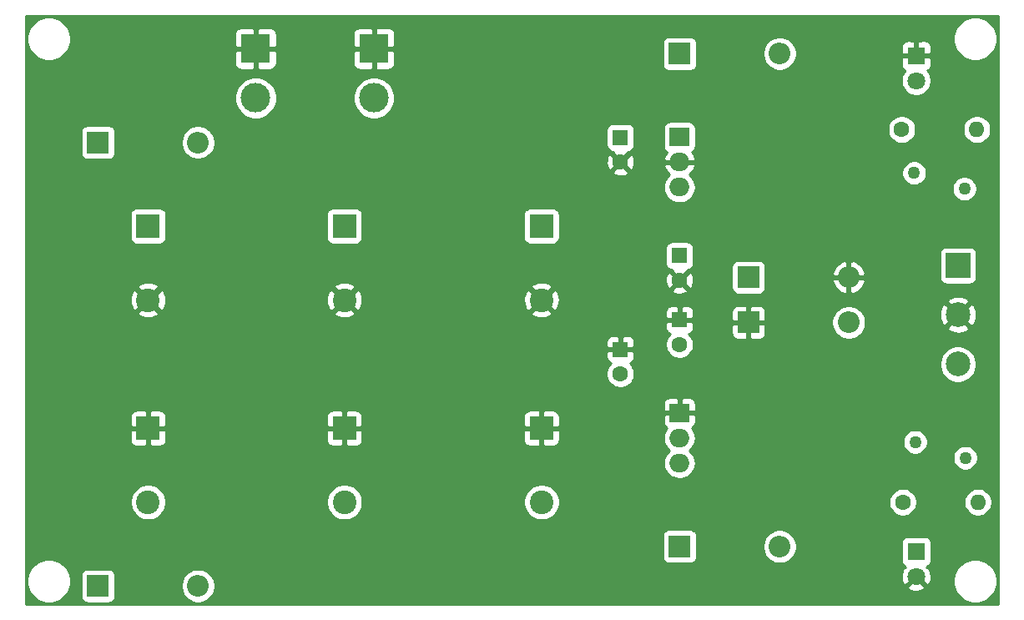
<source format=gbr>
%TF.GenerationSoftware,KiCad,Pcbnew,5.1.8-db9833491~87~ubuntu20.04.1*%
%TF.CreationDate,2020-11-17T16:36:07-05:00*%
%TF.ProjectId,mfosish_ww_supply,6d666f73-6973-4685-9f77-775f73757070,rev?*%
%TF.SameCoordinates,Original*%
%TF.FileFunction,Copper,L2,Bot*%
%TF.FilePolarity,Positive*%
%FSLAX46Y46*%
G04 Gerber Fmt 4.6, Leading zero omitted, Abs format (unit mm)*
G04 Created by KiCad (PCBNEW 5.1.8-db9833491~87~ubuntu20.04.1) date 2020-11-17 16:36:07*
%MOMM*%
%LPD*%
G01*
G04 APERTURE LIST*
%TA.AperFunction,ComponentPad*%
%ADD10C,3.000000*%
%TD*%
%TA.AperFunction,ComponentPad*%
%ADD11R,3.000000X3.000000*%
%TD*%
%TA.AperFunction,ComponentPad*%
%ADD12C,1.600000*%
%TD*%
%TA.AperFunction,ComponentPad*%
%ADD13R,1.600000X1.600000*%
%TD*%
%TA.AperFunction,ComponentPad*%
%ADD14O,2.000000X1.905000*%
%TD*%
%TA.AperFunction,ComponentPad*%
%ADD15R,2.000000X1.905000*%
%TD*%
%TA.AperFunction,ComponentPad*%
%ADD16O,2.200000X2.200000*%
%TD*%
%TA.AperFunction,ComponentPad*%
%ADD17R,2.200000X2.200000*%
%TD*%
%TA.AperFunction,ComponentPad*%
%ADD18C,2.400000*%
%TD*%
%TA.AperFunction,ComponentPad*%
%ADD19R,2.400000X2.400000*%
%TD*%
%TA.AperFunction,ComponentPad*%
%ADD20O,1.600000X1.600000*%
%TD*%
%TA.AperFunction,ComponentPad*%
%ADD21C,2.500000*%
%TD*%
%TA.AperFunction,ComponentPad*%
%ADD22R,2.500000X2.500000*%
%TD*%
%TA.AperFunction,ComponentPad*%
%ADD23C,1.270000*%
%TD*%
%TA.AperFunction,ComponentPad*%
%ADD24C,1.800000*%
%TD*%
%TA.AperFunction,ComponentPad*%
%ADD25R,1.800000X1.800000*%
%TD*%
%TA.AperFunction,Conductor*%
%ADD26C,0.254000*%
%TD*%
%TA.AperFunction,Conductor*%
%ADD27C,0.100000*%
%TD*%
G04 APERTURE END LIST*
D10*
%TO.P,J3,2*%
%TO.N,Net-(D1-Pad2)*%
X86000000Y-73000000D03*
D11*
%TO.P,J3,1*%
%TO.N,GND*%
X86000000Y-68000000D03*
%TD*%
D10*
%TO.P,J1,2*%
%TO.N,Net-(D1-Pad2)*%
X74000000Y-73000000D03*
D11*
%TO.P,J1,1*%
%TO.N,GND*%
X74000000Y-68000000D03*
%TD*%
D12*
%TO.P,C8,2*%
%TO.N,Net-(C2-Pad2)*%
X111000000Y-101000000D03*
D13*
%TO.P,C8,1*%
%TO.N,GND*%
X111000000Y-98500000D03*
%TD*%
D14*
%TO.P,U2,3*%
%TO.N,Net-(C10-Pad2)*%
X117000000Y-110040000D03*
%TO.P,U2,2*%
%TO.N,Net-(C2-Pad2)*%
X117000000Y-107500000D03*
D15*
%TO.P,U2,1*%
%TO.N,GND*%
X117000000Y-104960000D03*
%TD*%
D16*
%TO.P,D4,2*%
%TO.N,Net-(C2-Pad2)*%
X127160000Y-118500000D03*
D17*
%TO.P,D4,1*%
%TO.N,Net-(C10-Pad2)*%
X117000000Y-118500000D03*
%TD*%
D18*
%TO.P,C1,2*%
%TO.N,GND*%
X63080000Y-93500000D03*
D19*
%TO.P,C1,1*%
%TO.N,Net-(C1-Pad1)*%
X63080000Y-86000000D03*
%TD*%
D14*
%TO.P,U1,3*%
%TO.N,Net-(C9-Pad1)*%
X117000000Y-82040000D03*
%TO.P,U1,2*%
%TO.N,GND*%
X117000000Y-79500000D03*
D15*
%TO.P,U1,1*%
%TO.N,Net-(C1-Pad1)*%
X117000000Y-76960000D03*
%TD*%
D20*
%TO.P,R2,2*%
%TO.N,-12V*%
X147260000Y-114000000D03*
D12*
%TO.P,R2,1*%
%TO.N,Net-(D8-Pad1)*%
X139640000Y-114000000D03*
%TD*%
D20*
%TO.P,R1,2*%
%TO.N,+12V*%
X147160000Y-76200000D03*
D12*
%TO.P,R1,1*%
%TO.N,Net-(D7-Pad2)*%
X139540000Y-76200000D03*
%TD*%
D21*
%TO.P,J2,3*%
%TO.N,-12V*%
X145250000Y-100000000D03*
%TO.P,J2,2*%
%TO.N,GND*%
X145250000Y-95000000D03*
D22*
%TO.P,J2,1*%
%TO.N,+12V*%
X145250000Y-90000000D03*
%TD*%
D23*
%TO.P,F2,1*%
%TO.N,-12V*%
X146000000Y-109500000D03*
%TO.P,F2,2*%
%TO.N,Net-(C10-Pad2)*%
X140900000Y-107900000D03*
%TD*%
%TO.P,F1,1*%
%TO.N,+12V*%
X145900000Y-82200000D03*
%TO.P,F1,2*%
%TO.N,Net-(C9-Pad1)*%
X140800000Y-80600000D03*
%TD*%
D24*
%TO.P,D8,2*%
%TO.N,GND*%
X141000000Y-121540000D03*
D25*
%TO.P,D8,1*%
%TO.N,Net-(D8-Pad1)*%
X141000000Y-119000000D03*
%TD*%
D24*
%TO.P,D7,2*%
%TO.N,Net-(D7-Pad2)*%
X141000000Y-71240000D03*
D25*
%TO.P,D7,1*%
%TO.N,GND*%
X141000000Y-68700000D03*
%TD*%
D16*
%TO.P,D6,2*%
%TO.N,Net-(C10-Pad2)*%
X134160000Y-95777712D03*
D17*
%TO.P,D6,1*%
%TO.N,GND*%
X124000000Y-95777712D03*
%TD*%
D16*
%TO.P,D5,2*%
%TO.N,GND*%
X134160000Y-91180000D03*
D17*
%TO.P,D5,1*%
%TO.N,Net-(C9-Pad1)*%
X124000000Y-91180000D03*
%TD*%
D16*
%TO.P,D3,2*%
%TO.N,Net-(C9-Pad1)*%
X127160000Y-68500000D03*
D17*
%TO.P,D3,1*%
%TO.N,Net-(C1-Pad1)*%
X117000000Y-68500000D03*
%TD*%
D16*
%TO.P,D2,2*%
%TO.N,Net-(C2-Pad2)*%
X68160000Y-122500000D03*
D17*
%TO.P,D2,1*%
%TO.N,Net-(D1-Pad2)*%
X58000000Y-122500000D03*
%TD*%
D16*
%TO.P,D1,2*%
%TO.N,Net-(D1-Pad2)*%
X68160000Y-77500000D03*
D17*
%TO.P,D1,1*%
%TO.N,Net-(C1-Pad1)*%
X58000000Y-77500000D03*
%TD*%
D12*
%TO.P,C10,2*%
%TO.N,Net-(C10-Pad2)*%
X117000000Y-98000000D03*
D13*
%TO.P,C10,1*%
%TO.N,GND*%
X117000000Y-95500000D03*
%TD*%
D12*
%TO.P,C9,2*%
%TO.N,GND*%
X117000000Y-91500000D03*
D13*
%TO.P,C9,1*%
%TO.N,Net-(C9-Pad1)*%
X117000000Y-89000000D03*
%TD*%
D12*
%TO.P,C7,2*%
%TO.N,GND*%
X111000000Y-79500000D03*
D13*
%TO.P,C7,1*%
%TO.N,Net-(C1-Pad1)*%
X111000000Y-77000000D03*
%TD*%
D18*
%TO.P,C6,2*%
%TO.N,Net-(C2-Pad2)*%
X103000000Y-114000000D03*
D19*
%TO.P,C6,1*%
%TO.N,GND*%
X103000000Y-106500000D03*
%TD*%
D18*
%TO.P,C5,2*%
%TO.N,GND*%
X103000000Y-93500000D03*
D19*
%TO.P,C5,1*%
%TO.N,Net-(C1-Pad1)*%
X103000000Y-86000000D03*
%TD*%
D18*
%TO.P,C4,2*%
%TO.N,Net-(C2-Pad2)*%
X83000000Y-114000000D03*
D19*
%TO.P,C4,1*%
%TO.N,GND*%
X83000000Y-106500000D03*
%TD*%
D18*
%TO.P,C3,2*%
%TO.N,GND*%
X83000000Y-93500000D03*
D19*
%TO.P,C3,1*%
%TO.N,Net-(C1-Pad1)*%
X83000000Y-86000000D03*
%TD*%
D18*
%TO.P,C2,2*%
%TO.N,Net-(C2-Pad2)*%
X63080000Y-114000000D03*
D19*
%TO.P,C2,1*%
%TO.N,GND*%
X63080000Y-106500000D03*
%TD*%
D26*
%TO.N,GND*%
X149340001Y-124340000D02*
X50660000Y-124340000D01*
X50660000Y-121779872D01*
X50765000Y-121779872D01*
X50765000Y-122220128D01*
X50850890Y-122651925D01*
X51019369Y-123058669D01*
X51263962Y-123424729D01*
X51575271Y-123736038D01*
X51941331Y-123980631D01*
X52348075Y-124149110D01*
X52779872Y-124235000D01*
X53220128Y-124235000D01*
X53651925Y-124149110D01*
X54058669Y-123980631D01*
X54424729Y-123736038D01*
X54736038Y-123424729D01*
X54980631Y-123058669D01*
X55149110Y-122651925D01*
X55235000Y-122220128D01*
X55235000Y-121779872D01*
X55159439Y-121400000D01*
X56261928Y-121400000D01*
X56261928Y-123600000D01*
X56274188Y-123724482D01*
X56310498Y-123844180D01*
X56369463Y-123954494D01*
X56448815Y-124051185D01*
X56545506Y-124130537D01*
X56655820Y-124189502D01*
X56775518Y-124225812D01*
X56900000Y-124238072D01*
X59100000Y-124238072D01*
X59224482Y-124225812D01*
X59344180Y-124189502D01*
X59454494Y-124130537D01*
X59551185Y-124051185D01*
X59630537Y-123954494D01*
X59689502Y-123844180D01*
X59725812Y-123724482D01*
X59738072Y-123600000D01*
X59738072Y-122329117D01*
X66425000Y-122329117D01*
X66425000Y-122670883D01*
X66491675Y-123006081D01*
X66622463Y-123321831D01*
X66812337Y-123605998D01*
X67054002Y-123847663D01*
X67338169Y-124037537D01*
X67653919Y-124168325D01*
X67989117Y-124235000D01*
X68330883Y-124235000D01*
X68666081Y-124168325D01*
X68981831Y-124037537D01*
X69265998Y-123847663D01*
X69507663Y-123605998D01*
X69697537Y-123321831D01*
X69828325Y-123006081D01*
X69895000Y-122670883D01*
X69895000Y-122604080D01*
X140115525Y-122604080D01*
X140199208Y-122858261D01*
X140471775Y-122989158D01*
X140764642Y-123064365D01*
X141066553Y-123080991D01*
X141365907Y-123038397D01*
X141651199Y-122938222D01*
X141800792Y-122858261D01*
X141884475Y-122604080D01*
X141000000Y-121719605D01*
X140115525Y-122604080D01*
X69895000Y-122604080D01*
X69895000Y-122329117D01*
X69828325Y-121993919D01*
X69697537Y-121678169D01*
X69649685Y-121606553D01*
X139459009Y-121606553D01*
X139501603Y-121905907D01*
X139601778Y-122191199D01*
X139681739Y-122340792D01*
X139935920Y-122424475D01*
X140820395Y-121540000D01*
X140806253Y-121525858D01*
X140985858Y-121346253D01*
X141000000Y-121360395D01*
X141014143Y-121346253D01*
X141193748Y-121525858D01*
X141179605Y-121540000D01*
X142064080Y-122424475D01*
X142318261Y-122340792D01*
X142449158Y-122068225D01*
X142523205Y-121779872D01*
X144765000Y-121779872D01*
X144765000Y-122220128D01*
X144850890Y-122651925D01*
X145019369Y-123058669D01*
X145263962Y-123424729D01*
X145575271Y-123736038D01*
X145941331Y-123980631D01*
X146348075Y-124149110D01*
X146779872Y-124235000D01*
X147220128Y-124235000D01*
X147651925Y-124149110D01*
X148058669Y-123980631D01*
X148424729Y-123736038D01*
X148736038Y-123424729D01*
X148980631Y-123058669D01*
X149149110Y-122651925D01*
X149235000Y-122220128D01*
X149235000Y-121779872D01*
X149149110Y-121348075D01*
X148980631Y-120941331D01*
X148736038Y-120575271D01*
X148424729Y-120263962D01*
X148058669Y-120019369D01*
X147651925Y-119850890D01*
X147220128Y-119765000D01*
X146779872Y-119765000D01*
X146348075Y-119850890D01*
X145941331Y-120019369D01*
X145575271Y-120263962D01*
X145263962Y-120575271D01*
X145019369Y-120941331D01*
X144850890Y-121348075D01*
X144765000Y-121779872D01*
X142523205Y-121779872D01*
X142524365Y-121775358D01*
X142540991Y-121473447D01*
X142498397Y-121174093D01*
X142398222Y-120888801D01*
X142318261Y-120739208D01*
X142064082Y-120655526D01*
X142180030Y-120539578D01*
X142133265Y-120492813D01*
X142144180Y-120489502D01*
X142254494Y-120430537D01*
X142351185Y-120351185D01*
X142430537Y-120254494D01*
X142489502Y-120144180D01*
X142525812Y-120024482D01*
X142538072Y-119900000D01*
X142538072Y-118100000D01*
X142525812Y-117975518D01*
X142489502Y-117855820D01*
X142430537Y-117745506D01*
X142351185Y-117648815D01*
X142254494Y-117569463D01*
X142144180Y-117510498D01*
X142024482Y-117474188D01*
X141900000Y-117461928D01*
X140100000Y-117461928D01*
X139975518Y-117474188D01*
X139855820Y-117510498D01*
X139745506Y-117569463D01*
X139648815Y-117648815D01*
X139569463Y-117745506D01*
X139510498Y-117855820D01*
X139474188Y-117975518D01*
X139461928Y-118100000D01*
X139461928Y-119900000D01*
X139474188Y-120024482D01*
X139510498Y-120144180D01*
X139569463Y-120254494D01*
X139648815Y-120351185D01*
X139745506Y-120430537D01*
X139855820Y-120489502D01*
X139866735Y-120492813D01*
X139819970Y-120539578D01*
X139935918Y-120655526D01*
X139681739Y-120739208D01*
X139550842Y-121011775D01*
X139475635Y-121304642D01*
X139459009Y-121606553D01*
X69649685Y-121606553D01*
X69507663Y-121394002D01*
X69265998Y-121152337D01*
X68981831Y-120962463D01*
X68666081Y-120831675D01*
X68330883Y-120765000D01*
X67989117Y-120765000D01*
X67653919Y-120831675D01*
X67338169Y-120962463D01*
X67054002Y-121152337D01*
X66812337Y-121394002D01*
X66622463Y-121678169D01*
X66491675Y-121993919D01*
X66425000Y-122329117D01*
X59738072Y-122329117D01*
X59738072Y-121400000D01*
X59725812Y-121275518D01*
X59689502Y-121155820D01*
X59630537Y-121045506D01*
X59551185Y-120948815D01*
X59454494Y-120869463D01*
X59344180Y-120810498D01*
X59224482Y-120774188D01*
X59100000Y-120761928D01*
X56900000Y-120761928D01*
X56775518Y-120774188D01*
X56655820Y-120810498D01*
X56545506Y-120869463D01*
X56448815Y-120948815D01*
X56369463Y-121045506D01*
X56310498Y-121155820D01*
X56274188Y-121275518D01*
X56261928Y-121400000D01*
X55159439Y-121400000D01*
X55149110Y-121348075D01*
X54980631Y-120941331D01*
X54736038Y-120575271D01*
X54424729Y-120263962D01*
X54058669Y-120019369D01*
X53651925Y-119850890D01*
X53220128Y-119765000D01*
X52779872Y-119765000D01*
X52348075Y-119850890D01*
X51941331Y-120019369D01*
X51575271Y-120263962D01*
X51263962Y-120575271D01*
X51019369Y-120941331D01*
X50850890Y-121348075D01*
X50765000Y-121779872D01*
X50660000Y-121779872D01*
X50660000Y-117400000D01*
X115261928Y-117400000D01*
X115261928Y-119600000D01*
X115274188Y-119724482D01*
X115310498Y-119844180D01*
X115369463Y-119954494D01*
X115448815Y-120051185D01*
X115545506Y-120130537D01*
X115655820Y-120189502D01*
X115775518Y-120225812D01*
X115900000Y-120238072D01*
X118100000Y-120238072D01*
X118224482Y-120225812D01*
X118344180Y-120189502D01*
X118454494Y-120130537D01*
X118551185Y-120051185D01*
X118630537Y-119954494D01*
X118689502Y-119844180D01*
X118725812Y-119724482D01*
X118738072Y-119600000D01*
X118738072Y-118329117D01*
X125425000Y-118329117D01*
X125425000Y-118670883D01*
X125491675Y-119006081D01*
X125622463Y-119321831D01*
X125812337Y-119605998D01*
X126054002Y-119847663D01*
X126338169Y-120037537D01*
X126653919Y-120168325D01*
X126989117Y-120235000D01*
X127330883Y-120235000D01*
X127666081Y-120168325D01*
X127981831Y-120037537D01*
X128265998Y-119847663D01*
X128507663Y-119605998D01*
X128697537Y-119321831D01*
X128828325Y-119006081D01*
X128895000Y-118670883D01*
X128895000Y-118329117D01*
X128828325Y-117993919D01*
X128697537Y-117678169D01*
X128507663Y-117394002D01*
X128265998Y-117152337D01*
X127981831Y-116962463D01*
X127666081Y-116831675D01*
X127330883Y-116765000D01*
X126989117Y-116765000D01*
X126653919Y-116831675D01*
X126338169Y-116962463D01*
X126054002Y-117152337D01*
X125812337Y-117394002D01*
X125622463Y-117678169D01*
X125491675Y-117993919D01*
X125425000Y-118329117D01*
X118738072Y-118329117D01*
X118738072Y-117400000D01*
X118725812Y-117275518D01*
X118689502Y-117155820D01*
X118630537Y-117045506D01*
X118551185Y-116948815D01*
X118454494Y-116869463D01*
X118344180Y-116810498D01*
X118224482Y-116774188D01*
X118100000Y-116761928D01*
X115900000Y-116761928D01*
X115775518Y-116774188D01*
X115655820Y-116810498D01*
X115545506Y-116869463D01*
X115448815Y-116948815D01*
X115369463Y-117045506D01*
X115310498Y-117155820D01*
X115274188Y-117275518D01*
X115261928Y-117400000D01*
X50660000Y-117400000D01*
X50660000Y-113819268D01*
X61245000Y-113819268D01*
X61245000Y-114180732D01*
X61315518Y-114535250D01*
X61453844Y-114869199D01*
X61654662Y-115169744D01*
X61910256Y-115425338D01*
X62210801Y-115626156D01*
X62544750Y-115764482D01*
X62899268Y-115835000D01*
X63260732Y-115835000D01*
X63615250Y-115764482D01*
X63949199Y-115626156D01*
X64249744Y-115425338D01*
X64505338Y-115169744D01*
X64706156Y-114869199D01*
X64844482Y-114535250D01*
X64915000Y-114180732D01*
X64915000Y-113819268D01*
X81165000Y-113819268D01*
X81165000Y-114180732D01*
X81235518Y-114535250D01*
X81373844Y-114869199D01*
X81574662Y-115169744D01*
X81830256Y-115425338D01*
X82130801Y-115626156D01*
X82464750Y-115764482D01*
X82819268Y-115835000D01*
X83180732Y-115835000D01*
X83535250Y-115764482D01*
X83869199Y-115626156D01*
X84169744Y-115425338D01*
X84425338Y-115169744D01*
X84626156Y-114869199D01*
X84764482Y-114535250D01*
X84835000Y-114180732D01*
X84835000Y-113819268D01*
X101165000Y-113819268D01*
X101165000Y-114180732D01*
X101235518Y-114535250D01*
X101373844Y-114869199D01*
X101574662Y-115169744D01*
X101830256Y-115425338D01*
X102130801Y-115626156D01*
X102464750Y-115764482D01*
X102819268Y-115835000D01*
X103180732Y-115835000D01*
X103535250Y-115764482D01*
X103869199Y-115626156D01*
X104169744Y-115425338D01*
X104425338Y-115169744D01*
X104626156Y-114869199D01*
X104764482Y-114535250D01*
X104835000Y-114180732D01*
X104835000Y-113858665D01*
X138205000Y-113858665D01*
X138205000Y-114141335D01*
X138260147Y-114418574D01*
X138368320Y-114679727D01*
X138525363Y-114914759D01*
X138725241Y-115114637D01*
X138960273Y-115271680D01*
X139221426Y-115379853D01*
X139498665Y-115435000D01*
X139781335Y-115435000D01*
X140058574Y-115379853D01*
X140319727Y-115271680D01*
X140554759Y-115114637D01*
X140754637Y-114914759D01*
X140911680Y-114679727D01*
X141019853Y-114418574D01*
X141075000Y-114141335D01*
X141075000Y-113858665D01*
X145825000Y-113858665D01*
X145825000Y-114141335D01*
X145880147Y-114418574D01*
X145988320Y-114679727D01*
X146145363Y-114914759D01*
X146345241Y-115114637D01*
X146580273Y-115271680D01*
X146841426Y-115379853D01*
X147118665Y-115435000D01*
X147401335Y-115435000D01*
X147678574Y-115379853D01*
X147939727Y-115271680D01*
X148174759Y-115114637D01*
X148374637Y-114914759D01*
X148531680Y-114679727D01*
X148639853Y-114418574D01*
X148695000Y-114141335D01*
X148695000Y-113858665D01*
X148639853Y-113581426D01*
X148531680Y-113320273D01*
X148374637Y-113085241D01*
X148174759Y-112885363D01*
X147939727Y-112728320D01*
X147678574Y-112620147D01*
X147401335Y-112565000D01*
X147118665Y-112565000D01*
X146841426Y-112620147D01*
X146580273Y-112728320D01*
X146345241Y-112885363D01*
X146145363Y-113085241D01*
X145988320Y-113320273D01*
X145880147Y-113581426D01*
X145825000Y-113858665D01*
X141075000Y-113858665D01*
X141019853Y-113581426D01*
X140911680Y-113320273D01*
X140754637Y-113085241D01*
X140554759Y-112885363D01*
X140319727Y-112728320D01*
X140058574Y-112620147D01*
X139781335Y-112565000D01*
X139498665Y-112565000D01*
X139221426Y-112620147D01*
X138960273Y-112728320D01*
X138725241Y-112885363D01*
X138525363Y-113085241D01*
X138368320Y-113320273D01*
X138260147Y-113581426D01*
X138205000Y-113858665D01*
X104835000Y-113858665D01*
X104835000Y-113819268D01*
X104764482Y-113464750D01*
X104626156Y-113130801D01*
X104425338Y-112830256D01*
X104169744Y-112574662D01*
X103869199Y-112373844D01*
X103535250Y-112235518D01*
X103180732Y-112165000D01*
X102819268Y-112165000D01*
X102464750Y-112235518D01*
X102130801Y-112373844D01*
X101830256Y-112574662D01*
X101574662Y-112830256D01*
X101373844Y-113130801D01*
X101235518Y-113464750D01*
X101165000Y-113819268D01*
X84835000Y-113819268D01*
X84764482Y-113464750D01*
X84626156Y-113130801D01*
X84425338Y-112830256D01*
X84169744Y-112574662D01*
X83869199Y-112373844D01*
X83535250Y-112235518D01*
X83180732Y-112165000D01*
X82819268Y-112165000D01*
X82464750Y-112235518D01*
X82130801Y-112373844D01*
X81830256Y-112574662D01*
X81574662Y-112830256D01*
X81373844Y-113130801D01*
X81235518Y-113464750D01*
X81165000Y-113819268D01*
X64915000Y-113819268D01*
X64844482Y-113464750D01*
X64706156Y-113130801D01*
X64505338Y-112830256D01*
X64249744Y-112574662D01*
X63949199Y-112373844D01*
X63615250Y-112235518D01*
X63260732Y-112165000D01*
X62899268Y-112165000D01*
X62544750Y-112235518D01*
X62210801Y-112373844D01*
X61910256Y-112574662D01*
X61654662Y-112830256D01*
X61453844Y-113130801D01*
X61315518Y-113464750D01*
X61245000Y-113819268D01*
X50660000Y-113819268D01*
X50660000Y-107700000D01*
X61241928Y-107700000D01*
X61254188Y-107824482D01*
X61290498Y-107944180D01*
X61349463Y-108054494D01*
X61428815Y-108151185D01*
X61525506Y-108230537D01*
X61635820Y-108289502D01*
X61755518Y-108325812D01*
X61880000Y-108338072D01*
X62794250Y-108335000D01*
X62953000Y-108176250D01*
X62953000Y-106627000D01*
X63207000Y-106627000D01*
X63207000Y-108176250D01*
X63365750Y-108335000D01*
X64280000Y-108338072D01*
X64404482Y-108325812D01*
X64524180Y-108289502D01*
X64634494Y-108230537D01*
X64731185Y-108151185D01*
X64810537Y-108054494D01*
X64869502Y-107944180D01*
X64905812Y-107824482D01*
X64918072Y-107700000D01*
X81161928Y-107700000D01*
X81174188Y-107824482D01*
X81210498Y-107944180D01*
X81269463Y-108054494D01*
X81348815Y-108151185D01*
X81445506Y-108230537D01*
X81555820Y-108289502D01*
X81675518Y-108325812D01*
X81800000Y-108338072D01*
X82714250Y-108335000D01*
X82873000Y-108176250D01*
X82873000Y-106627000D01*
X83127000Y-106627000D01*
X83127000Y-108176250D01*
X83285750Y-108335000D01*
X84200000Y-108338072D01*
X84324482Y-108325812D01*
X84444180Y-108289502D01*
X84554494Y-108230537D01*
X84651185Y-108151185D01*
X84730537Y-108054494D01*
X84789502Y-107944180D01*
X84825812Y-107824482D01*
X84838072Y-107700000D01*
X101161928Y-107700000D01*
X101174188Y-107824482D01*
X101210498Y-107944180D01*
X101269463Y-108054494D01*
X101348815Y-108151185D01*
X101445506Y-108230537D01*
X101555820Y-108289502D01*
X101675518Y-108325812D01*
X101800000Y-108338072D01*
X102714250Y-108335000D01*
X102873000Y-108176250D01*
X102873000Y-106627000D01*
X103127000Y-106627000D01*
X103127000Y-108176250D01*
X103285750Y-108335000D01*
X104200000Y-108338072D01*
X104324482Y-108325812D01*
X104444180Y-108289502D01*
X104554494Y-108230537D01*
X104651185Y-108151185D01*
X104730537Y-108054494D01*
X104789502Y-107944180D01*
X104825812Y-107824482D01*
X104838072Y-107700000D01*
X104837400Y-107500000D01*
X115357319Y-107500000D01*
X115387970Y-107811204D01*
X115478745Y-108110449D01*
X115626155Y-108386235D01*
X115824537Y-108627963D01*
X115997609Y-108770000D01*
X115824537Y-108912037D01*
X115626155Y-109153765D01*
X115478745Y-109429551D01*
X115387970Y-109728796D01*
X115357319Y-110040000D01*
X115387970Y-110351204D01*
X115478745Y-110650449D01*
X115626155Y-110926235D01*
X115824537Y-111167963D01*
X116066265Y-111366345D01*
X116342051Y-111513755D01*
X116641296Y-111604530D01*
X116874514Y-111627500D01*
X117125486Y-111627500D01*
X117358704Y-111604530D01*
X117657949Y-111513755D01*
X117933735Y-111366345D01*
X118175463Y-111167963D01*
X118373845Y-110926235D01*
X118521255Y-110650449D01*
X118612030Y-110351204D01*
X118642681Y-110040000D01*
X118612030Y-109728796D01*
X118521255Y-109429551D01*
X118492053Y-109374916D01*
X144730000Y-109374916D01*
X144730000Y-109625084D01*
X144778805Y-109870445D01*
X144874541Y-110101571D01*
X145013527Y-110309578D01*
X145190422Y-110486473D01*
X145398429Y-110625459D01*
X145629555Y-110721195D01*
X145874916Y-110770000D01*
X146125084Y-110770000D01*
X146370445Y-110721195D01*
X146601571Y-110625459D01*
X146809578Y-110486473D01*
X146986473Y-110309578D01*
X147125459Y-110101571D01*
X147221195Y-109870445D01*
X147270000Y-109625084D01*
X147270000Y-109374916D01*
X147221195Y-109129555D01*
X147125459Y-108898429D01*
X146986473Y-108690422D01*
X146809578Y-108513527D01*
X146601571Y-108374541D01*
X146370445Y-108278805D01*
X146125084Y-108230000D01*
X145874916Y-108230000D01*
X145629555Y-108278805D01*
X145398429Y-108374541D01*
X145190422Y-108513527D01*
X145013527Y-108690422D01*
X144874541Y-108898429D01*
X144778805Y-109129555D01*
X144730000Y-109374916D01*
X118492053Y-109374916D01*
X118373845Y-109153765D01*
X118175463Y-108912037D01*
X118002391Y-108770000D01*
X118175463Y-108627963D01*
X118373845Y-108386235D01*
X118521255Y-108110449D01*
X118612030Y-107811204D01*
X118615604Y-107774916D01*
X139630000Y-107774916D01*
X139630000Y-108025084D01*
X139678805Y-108270445D01*
X139774541Y-108501571D01*
X139913527Y-108709578D01*
X140090422Y-108886473D01*
X140298429Y-109025459D01*
X140529555Y-109121195D01*
X140774916Y-109170000D01*
X141025084Y-109170000D01*
X141270445Y-109121195D01*
X141501571Y-109025459D01*
X141709578Y-108886473D01*
X141886473Y-108709578D01*
X142025459Y-108501571D01*
X142121195Y-108270445D01*
X142170000Y-108025084D01*
X142170000Y-107774916D01*
X142121195Y-107529555D01*
X142025459Y-107298429D01*
X141886473Y-107090422D01*
X141709578Y-106913527D01*
X141501571Y-106774541D01*
X141270445Y-106678805D01*
X141025084Y-106630000D01*
X140774916Y-106630000D01*
X140529555Y-106678805D01*
X140298429Y-106774541D01*
X140090422Y-106913527D01*
X139913527Y-107090422D01*
X139774541Y-107298429D01*
X139678805Y-107529555D01*
X139630000Y-107774916D01*
X118615604Y-107774916D01*
X118642681Y-107500000D01*
X118612030Y-107188796D01*
X118521255Y-106889551D01*
X118373845Y-106613765D01*
X118270554Y-106487905D01*
X118354494Y-106443037D01*
X118451185Y-106363685D01*
X118530537Y-106266994D01*
X118589502Y-106156680D01*
X118625812Y-106036982D01*
X118638072Y-105912500D01*
X118635000Y-105245750D01*
X118476250Y-105087000D01*
X117127000Y-105087000D01*
X117127000Y-105107000D01*
X116873000Y-105107000D01*
X116873000Y-105087000D01*
X115523750Y-105087000D01*
X115365000Y-105245750D01*
X115361928Y-105912500D01*
X115374188Y-106036982D01*
X115410498Y-106156680D01*
X115469463Y-106266994D01*
X115548815Y-106363685D01*
X115645506Y-106443037D01*
X115729446Y-106487905D01*
X115626155Y-106613765D01*
X115478745Y-106889551D01*
X115387970Y-107188796D01*
X115357319Y-107500000D01*
X104837400Y-107500000D01*
X104835000Y-106785750D01*
X104676250Y-106627000D01*
X103127000Y-106627000D01*
X102873000Y-106627000D01*
X101323750Y-106627000D01*
X101165000Y-106785750D01*
X101161928Y-107700000D01*
X84838072Y-107700000D01*
X84835000Y-106785750D01*
X84676250Y-106627000D01*
X83127000Y-106627000D01*
X82873000Y-106627000D01*
X81323750Y-106627000D01*
X81165000Y-106785750D01*
X81161928Y-107700000D01*
X64918072Y-107700000D01*
X64915000Y-106785750D01*
X64756250Y-106627000D01*
X63207000Y-106627000D01*
X62953000Y-106627000D01*
X61403750Y-106627000D01*
X61245000Y-106785750D01*
X61241928Y-107700000D01*
X50660000Y-107700000D01*
X50660000Y-105300000D01*
X61241928Y-105300000D01*
X61245000Y-106214250D01*
X61403750Y-106373000D01*
X62953000Y-106373000D01*
X62953000Y-104823750D01*
X63207000Y-104823750D01*
X63207000Y-106373000D01*
X64756250Y-106373000D01*
X64915000Y-106214250D01*
X64918072Y-105300000D01*
X81161928Y-105300000D01*
X81165000Y-106214250D01*
X81323750Y-106373000D01*
X82873000Y-106373000D01*
X82873000Y-104823750D01*
X83127000Y-104823750D01*
X83127000Y-106373000D01*
X84676250Y-106373000D01*
X84835000Y-106214250D01*
X84838072Y-105300000D01*
X101161928Y-105300000D01*
X101165000Y-106214250D01*
X101323750Y-106373000D01*
X102873000Y-106373000D01*
X102873000Y-104823750D01*
X103127000Y-104823750D01*
X103127000Y-106373000D01*
X104676250Y-106373000D01*
X104835000Y-106214250D01*
X104838072Y-105300000D01*
X104825812Y-105175518D01*
X104789502Y-105055820D01*
X104730537Y-104945506D01*
X104651185Y-104848815D01*
X104554494Y-104769463D01*
X104444180Y-104710498D01*
X104324482Y-104674188D01*
X104200000Y-104661928D01*
X103285750Y-104665000D01*
X103127000Y-104823750D01*
X102873000Y-104823750D01*
X102714250Y-104665000D01*
X101800000Y-104661928D01*
X101675518Y-104674188D01*
X101555820Y-104710498D01*
X101445506Y-104769463D01*
X101348815Y-104848815D01*
X101269463Y-104945506D01*
X101210498Y-105055820D01*
X101174188Y-105175518D01*
X101161928Y-105300000D01*
X84838072Y-105300000D01*
X84825812Y-105175518D01*
X84789502Y-105055820D01*
X84730537Y-104945506D01*
X84651185Y-104848815D01*
X84554494Y-104769463D01*
X84444180Y-104710498D01*
X84324482Y-104674188D01*
X84200000Y-104661928D01*
X83285750Y-104665000D01*
X83127000Y-104823750D01*
X82873000Y-104823750D01*
X82714250Y-104665000D01*
X81800000Y-104661928D01*
X81675518Y-104674188D01*
X81555820Y-104710498D01*
X81445506Y-104769463D01*
X81348815Y-104848815D01*
X81269463Y-104945506D01*
X81210498Y-105055820D01*
X81174188Y-105175518D01*
X81161928Y-105300000D01*
X64918072Y-105300000D01*
X64905812Y-105175518D01*
X64869502Y-105055820D01*
X64810537Y-104945506D01*
X64731185Y-104848815D01*
X64634494Y-104769463D01*
X64524180Y-104710498D01*
X64404482Y-104674188D01*
X64280000Y-104661928D01*
X63365750Y-104665000D01*
X63207000Y-104823750D01*
X62953000Y-104823750D01*
X62794250Y-104665000D01*
X61880000Y-104661928D01*
X61755518Y-104674188D01*
X61635820Y-104710498D01*
X61525506Y-104769463D01*
X61428815Y-104848815D01*
X61349463Y-104945506D01*
X61290498Y-105055820D01*
X61254188Y-105175518D01*
X61241928Y-105300000D01*
X50660000Y-105300000D01*
X50660000Y-104007500D01*
X115361928Y-104007500D01*
X115365000Y-104674250D01*
X115523750Y-104833000D01*
X116873000Y-104833000D01*
X116873000Y-103531250D01*
X117127000Y-103531250D01*
X117127000Y-104833000D01*
X118476250Y-104833000D01*
X118635000Y-104674250D01*
X118638072Y-104007500D01*
X118625812Y-103883018D01*
X118589502Y-103763320D01*
X118530537Y-103653006D01*
X118451185Y-103556315D01*
X118354494Y-103476963D01*
X118244180Y-103417998D01*
X118124482Y-103381688D01*
X118000000Y-103369428D01*
X117285750Y-103372500D01*
X117127000Y-103531250D01*
X116873000Y-103531250D01*
X116714250Y-103372500D01*
X116000000Y-103369428D01*
X115875518Y-103381688D01*
X115755820Y-103417998D01*
X115645506Y-103476963D01*
X115548815Y-103556315D01*
X115469463Y-103653006D01*
X115410498Y-103763320D01*
X115374188Y-103883018D01*
X115361928Y-104007500D01*
X50660000Y-104007500D01*
X50660000Y-99300000D01*
X109561928Y-99300000D01*
X109574188Y-99424482D01*
X109610498Y-99544180D01*
X109669463Y-99654494D01*
X109748815Y-99751185D01*
X109845506Y-99830537D01*
X109955820Y-99889502D01*
X110051943Y-99918661D01*
X109885363Y-100085241D01*
X109728320Y-100320273D01*
X109620147Y-100581426D01*
X109565000Y-100858665D01*
X109565000Y-101141335D01*
X109620147Y-101418574D01*
X109728320Y-101679727D01*
X109885363Y-101914759D01*
X110085241Y-102114637D01*
X110320273Y-102271680D01*
X110581426Y-102379853D01*
X110858665Y-102435000D01*
X111141335Y-102435000D01*
X111418574Y-102379853D01*
X111679727Y-102271680D01*
X111914759Y-102114637D01*
X112114637Y-101914759D01*
X112271680Y-101679727D01*
X112379853Y-101418574D01*
X112435000Y-101141335D01*
X112435000Y-100858665D01*
X112379853Y-100581426D01*
X112271680Y-100320273D01*
X112114637Y-100085241D01*
X111948057Y-99918661D01*
X112044180Y-99889502D01*
X112154494Y-99830537D01*
X112174225Y-99814344D01*
X143365000Y-99814344D01*
X143365000Y-100185656D01*
X143437439Y-100549834D01*
X143579534Y-100892882D01*
X143785825Y-101201618D01*
X144048382Y-101464175D01*
X144357118Y-101670466D01*
X144700166Y-101812561D01*
X145064344Y-101885000D01*
X145435656Y-101885000D01*
X145799834Y-101812561D01*
X146142882Y-101670466D01*
X146451618Y-101464175D01*
X146714175Y-101201618D01*
X146920466Y-100892882D01*
X147062561Y-100549834D01*
X147135000Y-100185656D01*
X147135000Y-99814344D01*
X147062561Y-99450166D01*
X146920466Y-99107118D01*
X146714175Y-98798382D01*
X146451618Y-98535825D01*
X146142882Y-98329534D01*
X145799834Y-98187439D01*
X145435656Y-98115000D01*
X145064344Y-98115000D01*
X144700166Y-98187439D01*
X144357118Y-98329534D01*
X144048382Y-98535825D01*
X143785825Y-98798382D01*
X143579534Y-99107118D01*
X143437439Y-99450166D01*
X143365000Y-99814344D01*
X112174225Y-99814344D01*
X112251185Y-99751185D01*
X112330537Y-99654494D01*
X112389502Y-99544180D01*
X112425812Y-99424482D01*
X112438072Y-99300000D01*
X112435000Y-98785750D01*
X112276250Y-98627000D01*
X111127000Y-98627000D01*
X111127000Y-98647000D01*
X110873000Y-98647000D01*
X110873000Y-98627000D01*
X109723750Y-98627000D01*
X109565000Y-98785750D01*
X109561928Y-99300000D01*
X50660000Y-99300000D01*
X50660000Y-97700000D01*
X109561928Y-97700000D01*
X109565000Y-98214250D01*
X109723750Y-98373000D01*
X110873000Y-98373000D01*
X110873000Y-97223750D01*
X111127000Y-97223750D01*
X111127000Y-98373000D01*
X112276250Y-98373000D01*
X112435000Y-98214250D01*
X112438072Y-97700000D01*
X112425812Y-97575518D01*
X112389502Y-97455820D01*
X112330537Y-97345506D01*
X112251185Y-97248815D01*
X112154494Y-97169463D01*
X112044180Y-97110498D01*
X111924482Y-97074188D01*
X111800000Y-97061928D01*
X111285750Y-97065000D01*
X111127000Y-97223750D01*
X110873000Y-97223750D01*
X110714250Y-97065000D01*
X110200000Y-97061928D01*
X110075518Y-97074188D01*
X109955820Y-97110498D01*
X109845506Y-97169463D01*
X109748815Y-97248815D01*
X109669463Y-97345506D01*
X109610498Y-97455820D01*
X109574188Y-97575518D01*
X109561928Y-97700000D01*
X50660000Y-97700000D01*
X50660000Y-96300000D01*
X115561928Y-96300000D01*
X115574188Y-96424482D01*
X115610498Y-96544180D01*
X115669463Y-96654494D01*
X115748815Y-96751185D01*
X115845506Y-96830537D01*
X115955820Y-96889502D01*
X116051943Y-96918661D01*
X115885363Y-97085241D01*
X115728320Y-97320273D01*
X115620147Y-97581426D01*
X115565000Y-97858665D01*
X115565000Y-98141335D01*
X115620147Y-98418574D01*
X115728320Y-98679727D01*
X115885363Y-98914759D01*
X116085241Y-99114637D01*
X116320273Y-99271680D01*
X116581426Y-99379853D01*
X116858665Y-99435000D01*
X117141335Y-99435000D01*
X117418574Y-99379853D01*
X117679727Y-99271680D01*
X117914759Y-99114637D01*
X118114637Y-98914759D01*
X118271680Y-98679727D01*
X118379853Y-98418574D01*
X118435000Y-98141335D01*
X118435000Y-97858665D01*
X118379853Y-97581426D01*
X118271680Y-97320273D01*
X118114637Y-97085241D01*
X117948057Y-96918661D01*
X118044180Y-96889502D01*
X118066237Y-96877712D01*
X122261928Y-96877712D01*
X122274188Y-97002194D01*
X122310498Y-97121892D01*
X122369463Y-97232206D01*
X122448815Y-97328897D01*
X122545506Y-97408249D01*
X122655820Y-97467214D01*
X122775518Y-97503524D01*
X122900000Y-97515784D01*
X123714250Y-97512712D01*
X123873000Y-97353962D01*
X123873000Y-95904712D01*
X124127000Y-95904712D01*
X124127000Y-97353962D01*
X124285750Y-97512712D01*
X125100000Y-97515784D01*
X125224482Y-97503524D01*
X125344180Y-97467214D01*
X125454494Y-97408249D01*
X125551185Y-97328897D01*
X125630537Y-97232206D01*
X125689502Y-97121892D01*
X125725812Y-97002194D01*
X125738072Y-96877712D01*
X125735000Y-96063462D01*
X125576250Y-95904712D01*
X124127000Y-95904712D01*
X123873000Y-95904712D01*
X122423750Y-95904712D01*
X122265000Y-96063462D01*
X122261928Y-96877712D01*
X118066237Y-96877712D01*
X118154494Y-96830537D01*
X118251185Y-96751185D01*
X118330537Y-96654494D01*
X118389502Y-96544180D01*
X118425812Y-96424482D01*
X118438072Y-96300000D01*
X118435000Y-95785750D01*
X118276250Y-95627000D01*
X117127000Y-95627000D01*
X117127000Y-95647000D01*
X116873000Y-95647000D01*
X116873000Y-95627000D01*
X115723750Y-95627000D01*
X115565000Y-95785750D01*
X115561928Y-96300000D01*
X50660000Y-96300000D01*
X50660000Y-94777980D01*
X61981626Y-94777980D01*
X62101514Y-95062836D01*
X62425210Y-95223699D01*
X62774069Y-95318322D01*
X63134684Y-95343067D01*
X63493198Y-95296985D01*
X63835833Y-95181846D01*
X64058486Y-95062836D01*
X64178374Y-94777980D01*
X81901626Y-94777980D01*
X82021514Y-95062836D01*
X82345210Y-95223699D01*
X82694069Y-95318322D01*
X83054684Y-95343067D01*
X83413198Y-95296985D01*
X83755833Y-95181846D01*
X83978486Y-95062836D01*
X84098374Y-94777980D01*
X101901626Y-94777980D01*
X102021514Y-95062836D01*
X102345210Y-95223699D01*
X102694069Y-95318322D01*
X103054684Y-95343067D01*
X103413198Y-95296985D01*
X103755833Y-95181846D01*
X103978486Y-95062836D01*
X104098374Y-94777980D01*
X104020395Y-94700000D01*
X115561928Y-94700000D01*
X115565000Y-95214250D01*
X115723750Y-95373000D01*
X116873000Y-95373000D01*
X116873000Y-94223750D01*
X117127000Y-94223750D01*
X117127000Y-95373000D01*
X118276250Y-95373000D01*
X118435000Y-95214250D01*
X118438072Y-94700000D01*
X118435877Y-94677712D01*
X122261928Y-94677712D01*
X122265000Y-95491962D01*
X122423750Y-95650712D01*
X123873000Y-95650712D01*
X123873000Y-94201462D01*
X124127000Y-94201462D01*
X124127000Y-95650712D01*
X125576250Y-95650712D01*
X125620133Y-95606829D01*
X132425000Y-95606829D01*
X132425000Y-95948595D01*
X132491675Y-96283793D01*
X132622463Y-96599543D01*
X132812337Y-96883710D01*
X133054002Y-97125375D01*
X133338169Y-97315249D01*
X133653919Y-97446037D01*
X133989117Y-97512712D01*
X134330883Y-97512712D01*
X134666081Y-97446037D01*
X134981831Y-97315249D01*
X135265998Y-97125375D01*
X135507663Y-96883710D01*
X135697537Y-96599543D01*
X135815976Y-96313605D01*
X144116000Y-96313605D01*
X144241914Y-96603577D01*
X144574126Y-96769433D01*
X144932312Y-96867290D01*
X145302706Y-96893389D01*
X145671075Y-96846725D01*
X146023262Y-96729094D01*
X146258086Y-96603577D01*
X146384000Y-96313605D01*
X145250000Y-95179605D01*
X144116000Y-96313605D01*
X135815976Y-96313605D01*
X135828325Y-96283793D01*
X135895000Y-95948595D01*
X135895000Y-95606829D01*
X135828325Y-95271631D01*
X135737644Y-95052706D01*
X143356611Y-95052706D01*
X143403275Y-95421075D01*
X143520906Y-95773262D01*
X143646423Y-96008086D01*
X143936395Y-96134000D01*
X145070395Y-95000000D01*
X145429605Y-95000000D01*
X146563605Y-96134000D01*
X146853577Y-96008086D01*
X147019433Y-95675874D01*
X147117290Y-95317688D01*
X147143389Y-94947294D01*
X147096725Y-94578925D01*
X146979094Y-94226738D01*
X146853577Y-93991914D01*
X146563605Y-93866000D01*
X145429605Y-95000000D01*
X145070395Y-95000000D01*
X143936395Y-93866000D01*
X143646423Y-93991914D01*
X143480567Y-94324126D01*
X143382710Y-94682312D01*
X143356611Y-95052706D01*
X135737644Y-95052706D01*
X135697537Y-94955881D01*
X135507663Y-94671714D01*
X135265998Y-94430049D01*
X134981831Y-94240175D01*
X134666081Y-94109387D01*
X134330883Y-94042712D01*
X133989117Y-94042712D01*
X133653919Y-94109387D01*
X133338169Y-94240175D01*
X133054002Y-94430049D01*
X132812337Y-94671714D01*
X132622463Y-94955881D01*
X132491675Y-95271631D01*
X132425000Y-95606829D01*
X125620133Y-95606829D01*
X125735000Y-95491962D01*
X125738072Y-94677712D01*
X125725812Y-94553230D01*
X125689502Y-94433532D01*
X125630537Y-94323218D01*
X125551185Y-94226527D01*
X125454494Y-94147175D01*
X125344180Y-94088210D01*
X125224482Y-94051900D01*
X125100000Y-94039640D01*
X124285750Y-94042712D01*
X124127000Y-94201462D01*
X123873000Y-94201462D01*
X123714250Y-94042712D01*
X122900000Y-94039640D01*
X122775518Y-94051900D01*
X122655820Y-94088210D01*
X122545506Y-94147175D01*
X122448815Y-94226527D01*
X122369463Y-94323218D01*
X122310498Y-94433532D01*
X122274188Y-94553230D01*
X122261928Y-94677712D01*
X118435877Y-94677712D01*
X118425812Y-94575518D01*
X118389502Y-94455820D01*
X118330537Y-94345506D01*
X118251185Y-94248815D01*
X118154494Y-94169463D01*
X118044180Y-94110498D01*
X117924482Y-94074188D01*
X117800000Y-94061928D01*
X117285750Y-94065000D01*
X117127000Y-94223750D01*
X116873000Y-94223750D01*
X116714250Y-94065000D01*
X116200000Y-94061928D01*
X116075518Y-94074188D01*
X115955820Y-94110498D01*
X115845506Y-94169463D01*
X115748815Y-94248815D01*
X115669463Y-94345506D01*
X115610498Y-94455820D01*
X115574188Y-94575518D01*
X115561928Y-94700000D01*
X104020395Y-94700000D01*
X103000000Y-93679605D01*
X101901626Y-94777980D01*
X84098374Y-94777980D01*
X83000000Y-93679605D01*
X81901626Y-94777980D01*
X64178374Y-94777980D01*
X63080000Y-93679605D01*
X61981626Y-94777980D01*
X50660000Y-94777980D01*
X50660000Y-93554684D01*
X61236933Y-93554684D01*
X61283015Y-93913198D01*
X61398154Y-94255833D01*
X61517164Y-94478486D01*
X61802020Y-94598374D01*
X62900395Y-93500000D01*
X63259605Y-93500000D01*
X64357980Y-94598374D01*
X64642836Y-94478486D01*
X64803699Y-94154790D01*
X64898322Y-93805931D01*
X64915562Y-93554684D01*
X81156933Y-93554684D01*
X81203015Y-93913198D01*
X81318154Y-94255833D01*
X81437164Y-94478486D01*
X81722020Y-94598374D01*
X82820395Y-93500000D01*
X83179605Y-93500000D01*
X84277980Y-94598374D01*
X84562836Y-94478486D01*
X84723699Y-94154790D01*
X84818322Y-93805931D01*
X84835562Y-93554684D01*
X101156933Y-93554684D01*
X101203015Y-93913198D01*
X101318154Y-94255833D01*
X101437164Y-94478486D01*
X101722020Y-94598374D01*
X102820395Y-93500000D01*
X103179605Y-93500000D01*
X104277980Y-94598374D01*
X104562836Y-94478486D01*
X104723699Y-94154790D01*
X104818322Y-93805931D01*
X104826524Y-93686395D01*
X144116000Y-93686395D01*
X145250000Y-94820395D01*
X146384000Y-93686395D01*
X146258086Y-93396423D01*
X145925874Y-93230567D01*
X145567688Y-93132710D01*
X145197294Y-93106611D01*
X144828925Y-93153275D01*
X144476738Y-93270906D01*
X144241914Y-93396423D01*
X144116000Y-93686395D01*
X104826524Y-93686395D01*
X104843067Y-93445316D01*
X104796985Y-93086802D01*
X104681846Y-92744167D01*
X104562836Y-92521514D01*
X104494379Y-92492702D01*
X116186903Y-92492702D01*
X116258486Y-92736671D01*
X116513996Y-92857571D01*
X116788184Y-92926300D01*
X117070512Y-92940217D01*
X117350130Y-92898787D01*
X117616292Y-92803603D01*
X117741514Y-92736671D01*
X117813097Y-92492702D01*
X117000000Y-91679605D01*
X116186903Y-92492702D01*
X104494379Y-92492702D01*
X104277980Y-92401626D01*
X103179605Y-93500000D01*
X102820395Y-93500000D01*
X101722020Y-92401626D01*
X101437164Y-92521514D01*
X101276301Y-92845210D01*
X101181678Y-93194069D01*
X101156933Y-93554684D01*
X84835562Y-93554684D01*
X84843067Y-93445316D01*
X84796985Y-93086802D01*
X84681846Y-92744167D01*
X84562836Y-92521514D01*
X84277980Y-92401626D01*
X83179605Y-93500000D01*
X82820395Y-93500000D01*
X81722020Y-92401626D01*
X81437164Y-92521514D01*
X81276301Y-92845210D01*
X81181678Y-93194069D01*
X81156933Y-93554684D01*
X64915562Y-93554684D01*
X64923067Y-93445316D01*
X64876985Y-93086802D01*
X64761846Y-92744167D01*
X64642836Y-92521514D01*
X64357980Y-92401626D01*
X63259605Y-93500000D01*
X62900395Y-93500000D01*
X61802020Y-92401626D01*
X61517164Y-92521514D01*
X61356301Y-92845210D01*
X61261678Y-93194069D01*
X61236933Y-93554684D01*
X50660000Y-93554684D01*
X50660000Y-92222020D01*
X61981626Y-92222020D01*
X63080000Y-93320395D01*
X64178374Y-92222020D01*
X81901626Y-92222020D01*
X83000000Y-93320395D01*
X84098374Y-92222020D01*
X101901626Y-92222020D01*
X103000000Y-93320395D01*
X104098374Y-92222020D01*
X103978486Y-91937164D01*
X103654790Y-91776301D01*
X103305931Y-91681678D01*
X102945316Y-91656933D01*
X102586802Y-91703015D01*
X102244167Y-91818154D01*
X102021514Y-91937164D01*
X101901626Y-92222020D01*
X84098374Y-92222020D01*
X83978486Y-91937164D01*
X83654790Y-91776301D01*
X83305931Y-91681678D01*
X82945316Y-91656933D01*
X82586802Y-91703015D01*
X82244167Y-91818154D01*
X82021514Y-91937164D01*
X81901626Y-92222020D01*
X64178374Y-92222020D01*
X64058486Y-91937164D01*
X63734790Y-91776301D01*
X63385931Y-91681678D01*
X63025316Y-91656933D01*
X62666802Y-91703015D01*
X62324167Y-91818154D01*
X62101514Y-91937164D01*
X61981626Y-92222020D01*
X50660000Y-92222020D01*
X50660000Y-91570512D01*
X115559783Y-91570512D01*
X115601213Y-91850130D01*
X115696397Y-92116292D01*
X115763329Y-92241514D01*
X116007298Y-92313097D01*
X116820395Y-91500000D01*
X117179605Y-91500000D01*
X117992702Y-92313097D01*
X118236671Y-92241514D01*
X118357571Y-91986004D01*
X118426300Y-91711816D01*
X118440217Y-91429488D01*
X118398787Y-91149870D01*
X118303603Y-90883708D01*
X118236671Y-90758486D01*
X117992702Y-90686903D01*
X117179605Y-91500000D01*
X116820395Y-91500000D01*
X116007298Y-90686903D01*
X115763329Y-90758486D01*
X115642429Y-91013996D01*
X115573700Y-91288184D01*
X115559783Y-91570512D01*
X50660000Y-91570512D01*
X50660000Y-88200000D01*
X115561928Y-88200000D01*
X115561928Y-89800000D01*
X115574188Y-89924482D01*
X115610498Y-90044180D01*
X115669463Y-90154494D01*
X115748815Y-90251185D01*
X115845506Y-90330537D01*
X115955820Y-90389502D01*
X116075518Y-90425812D01*
X116200000Y-90438072D01*
X116207215Y-90438072D01*
X116186903Y-90507298D01*
X117000000Y-91320395D01*
X117813097Y-90507298D01*
X117792785Y-90438072D01*
X117800000Y-90438072D01*
X117924482Y-90425812D01*
X118044180Y-90389502D01*
X118154494Y-90330537D01*
X118251185Y-90251185D01*
X118330537Y-90154494D01*
X118370355Y-90080000D01*
X122261928Y-90080000D01*
X122261928Y-92280000D01*
X122274188Y-92404482D01*
X122310498Y-92524180D01*
X122369463Y-92634494D01*
X122448815Y-92731185D01*
X122545506Y-92810537D01*
X122655820Y-92869502D01*
X122775518Y-92905812D01*
X122900000Y-92918072D01*
X125100000Y-92918072D01*
X125224482Y-92905812D01*
X125344180Y-92869502D01*
X125454494Y-92810537D01*
X125551185Y-92731185D01*
X125630537Y-92634494D01*
X125689502Y-92524180D01*
X125725812Y-92404482D01*
X125738072Y-92280000D01*
X125738072Y-91576122D01*
X132470825Y-91576122D01*
X132535425Y-91789094D01*
X132685469Y-92094329D01*
X132892178Y-92364427D01*
X133147609Y-92589008D01*
X133441946Y-92759442D01*
X133763877Y-92869179D01*
X134033000Y-92751600D01*
X134033000Y-91307000D01*
X134287000Y-91307000D01*
X134287000Y-92751600D01*
X134556123Y-92869179D01*
X134878054Y-92759442D01*
X135172391Y-92589008D01*
X135427822Y-92364427D01*
X135634531Y-92094329D01*
X135784575Y-91789094D01*
X135849175Y-91576122D01*
X135731125Y-91307000D01*
X134287000Y-91307000D01*
X134033000Y-91307000D01*
X132588875Y-91307000D01*
X132470825Y-91576122D01*
X125738072Y-91576122D01*
X125738072Y-90783878D01*
X132470825Y-90783878D01*
X132588875Y-91053000D01*
X134033000Y-91053000D01*
X134033000Y-89608400D01*
X134287000Y-89608400D01*
X134287000Y-91053000D01*
X135731125Y-91053000D01*
X135849175Y-90783878D01*
X135784575Y-90570906D01*
X135634531Y-90265671D01*
X135427822Y-89995573D01*
X135172391Y-89770992D01*
X134878054Y-89600558D01*
X134556123Y-89490821D01*
X134287000Y-89608400D01*
X134033000Y-89608400D01*
X133763877Y-89490821D01*
X133441946Y-89600558D01*
X133147609Y-89770992D01*
X132892178Y-89995573D01*
X132685469Y-90265671D01*
X132535425Y-90570906D01*
X132470825Y-90783878D01*
X125738072Y-90783878D01*
X125738072Y-90080000D01*
X125725812Y-89955518D01*
X125689502Y-89835820D01*
X125630537Y-89725506D01*
X125551185Y-89628815D01*
X125454494Y-89549463D01*
X125344180Y-89490498D01*
X125224482Y-89454188D01*
X125100000Y-89441928D01*
X122900000Y-89441928D01*
X122775518Y-89454188D01*
X122655820Y-89490498D01*
X122545506Y-89549463D01*
X122448815Y-89628815D01*
X122369463Y-89725506D01*
X122310498Y-89835820D01*
X122274188Y-89955518D01*
X122261928Y-90080000D01*
X118370355Y-90080000D01*
X118389502Y-90044180D01*
X118425812Y-89924482D01*
X118438072Y-89800000D01*
X118438072Y-88750000D01*
X143361928Y-88750000D01*
X143361928Y-91250000D01*
X143374188Y-91374482D01*
X143410498Y-91494180D01*
X143469463Y-91604494D01*
X143548815Y-91701185D01*
X143645506Y-91780537D01*
X143755820Y-91839502D01*
X143875518Y-91875812D01*
X144000000Y-91888072D01*
X146500000Y-91888072D01*
X146624482Y-91875812D01*
X146744180Y-91839502D01*
X146854494Y-91780537D01*
X146951185Y-91701185D01*
X147030537Y-91604494D01*
X147089502Y-91494180D01*
X147125812Y-91374482D01*
X147138072Y-91250000D01*
X147138072Y-88750000D01*
X147125812Y-88625518D01*
X147089502Y-88505820D01*
X147030537Y-88395506D01*
X146951185Y-88298815D01*
X146854494Y-88219463D01*
X146744180Y-88160498D01*
X146624482Y-88124188D01*
X146500000Y-88111928D01*
X144000000Y-88111928D01*
X143875518Y-88124188D01*
X143755820Y-88160498D01*
X143645506Y-88219463D01*
X143548815Y-88298815D01*
X143469463Y-88395506D01*
X143410498Y-88505820D01*
X143374188Y-88625518D01*
X143361928Y-88750000D01*
X118438072Y-88750000D01*
X118438072Y-88200000D01*
X118425812Y-88075518D01*
X118389502Y-87955820D01*
X118330537Y-87845506D01*
X118251185Y-87748815D01*
X118154494Y-87669463D01*
X118044180Y-87610498D01*
X117924482Y-87574188D01*
X117800000Y-87561928D01*
X116200000Y-87561928D01*
X116075518Y-87574188D01*
X115955820Y-87610498D01*
X115845506Y-87669463D01*
X115748815Y-87748815D01*
X115669463Y-87845506D01*
X115610498Y-87955820D01*
X115574188Y-88075518D01*
X115561928Y-88200000D01*
X50660000Y-88200000D01*
X50660000Y-84800000D01*
X61241928Y-84800000D01*
X61241928Y-87200000D01*
X61254188Y-87324482D01*
X61290498Y-87444180D01*
X61349463Y-87554494D01*
X61428815Y-87651185D01*
X61525506Y-87730537D01*
X61635820Y-87789502D01*
X61755518Y-87825812D01*
X61880000Y-87838072D01*
X64280000Y-87838072D01*
X64404482Y-87825812D01*
X64524180Y-87789502D01*
X64634494Y-87730537D01*
X64731185Y-87651185D01*
X64810537Y-87554494D01*
X64869502Y-87444180D01*
X64905812Y-87324482D01*
X64918072Y-87200000D01*
X64918072Y-84800000D01*
X81161928Y-84800000D01*
X81161928Y-87200000D01*
X81174188Y-87324482D01*
X81210498Y-87444180D01*
X81269463Y-87554494D01*
X81348815Y-87651185D01*
X81445506Y-87730537D01*
X81555820Y-87789502D01*
X81675518Y-87825812D01*
X81800000Y-87838072D01*
X84200000Y-87838072D01*
X84324482Y-87825812D01*
X84444180Y-87789502D01*
X84554494Y-87730537D01*
X84651185Y-87651185D01*
X84730537Y-87554494D01*
X84789502Y-87444180D01*
X84825812Y-87324482D01*
X84838072Y-87200000D01*
X84838072Y-84800000D01*
X101161928Y-84800000D01*
X101161928Y-87200000D01*
X101174188Y-87324482D01*
X101210498Y-87444180D01*
X101269463Y-87554494D01*
X101348815Y-87651185D01*
X101445506Y-87730537D01*
X101555820Y-87789502D01*
X101675518Y-87825812D01*
X101800000Y-87838072D01*
X104200000Y-87838072D01*
X104324482Y-87825812D01*
X104444180Y-87789502D01*
X104554494Y-87730537D01*
X104651185Y-87651185D01*
X104730537Y-87554494D01*
X104789502Y-87444180D01*
X104825812Y-87324482D01*
X104838072Y-87200000D01*
X104838072Y-84800000D01*
X104825812Y-84675518D01*
X104789502Y-84555820D01*
X104730537Y-84445506D01*
X104651185Y-84348815D01*
X104554494Y-84269463D01*
X104444180Y-84210498D01*
X104324482Y-84174188D01*
X104200000Y-84161928D01*
X101800000Y-84161928D01*
X101675518Y-84174188D01*
X101555820Y-84210498D01*
X101445506Y-84269463D01*
X101348815Y-84348815D01*
X101269463Y-84445506D01*
X101210498Y-84555820D01*
X101174188Y-84675518D01*
X101161928Y-84800000D01*
X84838072Y-84800000D01*
X84825812Y-84675518D01*
X84789502Y-84555820D01*
X84730537Y-84445506D01*
X84651185Y-84348815D01*
X84554494Y-84269463D01*
X84444180Y-84210498D01*
X84324482Y-84174188D01*
X84200000Y-84161928D01*
X81800000Y-84161928D01*
X81675518Y-84174188D01*
X81555820Y-84210498D01*
X81445506Y-84269463D01*
X81348815Y-84348815D01*
X81269463Y-84445506D01*
X81210498Y-84555820D01*
X81174188Y-84675518D01*
X81161928Y-84800000D01*
X64918072Y-84800000D01*
X64905812Y-84675518D01*
X64869502Y-84555820D01*
X64810537Y-84445506D01*
X64731185Y-84348815D01*
X64634494Y-84269463D01*
X64524180Y-84210498D01*
X64404482Y-84174188D01*
X64280000Y-84161928D01*
X61880000Y-84161928D01*
X61755518Y-84174188D01*
X61635820Y-84210498D01*
X61525506Y-84269463D01*
X61428815Y-84348815D01*
X61349463Y-84445506D01*
X61290498Y-84555820D01*
X61254188Y-84675518D01*
X61241928Y-84800000D01*
X50660000Y-84800000D01*
X50660000Y-82040000D01*
X115357319Y-82040000D01*
X115387970Y-82351204D01*
X115478745Y-82650449D01*
X115626155Y-82926235D01*
X115824537Y-83167963D01*
X116066265Y-83366345D01*
X116342051Y-83513755D01*
X116641296Y-83604530D01*
X116874514Y-83627500D01*
X117125486Y-83627500D01*
X117358704Y-83604530D01*
X117657949Y-83513755D01*
X117933735Y-83366345D01*
X118175463Y-83167963D01*
X118373845Y-82926235D01*
X118521255Y-82650449D01*
X118612030Y-82351204D01*
X118639242Y-82074916D01*
X144630000Y-82074916D01*
X144630000Y-82325084D01*
X144678805Y-82570445D01*
X144774541Y-82801571D01*
X144913527Y-83009578D01*
X145090422Y-83186473D01*
X145298429Y-83325459D01*
X145529555Y-83421195D01*
X145774916Y-83470000D01*
X146025084Y-83470000D01*
X146270445Y-83421195D01*
X146501571Y-83325459D01*
X146709578Y-83186473D01*
X146886473Y-83009578D01*
X147025459Y-82801571D01*
X147121195Y-82570445D01*
X147170000Y-82325084D01*
X147170000Y-82074916D01*
X147121195Y-81829555D01*
X147025459Y-81598429D01*
X146886473Y-81390422D01*
X146709578Y-81213527D01*
X146501571Y-81074541D01*
X146270445Y-80978805D01*
X146025084Y-80930000D01*
X145774916Y-80930000D01*
X145529555Y-80978805D01*
X145298429Y-81074541D01*
X145090422Y-81213527D01*
X144913527Y-81390422D01*
X144774541Y-81598429D01*
X144678805Y-81829555D01*
X144630000Y-82074916D01*
X118639242Y-82074916D01*
X118642681Y-82040000D01*
X118612030Y-81728796D01*
X118521255Y-81429551D01*
X118373845Y-81153765D01*
X118175463Y-80912037D01*
X117996101Y-80764837D01*
X118181315Y-80609437D01*
X118289288Y-80474916D01*
X139530000Y-80474916D01*
X139530000Y-80725084D01*
X139578805Y-80970445D01*
X139674541Y-81201571D01*
X139813527Y-81409578D01*
X139990422Y-81586473D01*
X140198429Y-81725459D01*
X140429555Y-81821195D01*
X140674916Y-81870000D01*
X140925084Y-81870000D01*
X141170445Y-81821195D01*
X141401571Y-81725459D01*
X141609578Y-81586473D01*
X141786473Y-81409578D01*
X141925459Y-81201571D01*
X142021195Y-80970445D01*
X142070000Y-80725084D01*
X142070000Y-80474916D01*
X142021195Y-80229555D01*
X141925459Y-79998429D01*
X141786473Y-79790422D01*
X141609578Y-79613527D01*
X141401571Y-79474541D01*
X141170445Y-79378805D01*
X140925084Y-79330000D01*
X140674916Y-79330000D01*
X140429555Y-79378805D01*
X140198429Y-79474541D01*
X139990422Y-79613527D01*
X139813527Y-79790422D01*
X139674541Y-79998429D01*
X139578805Y-80229555D01*
X139530000Y-80474916D01*
X118289288Y-80474916D01*
X118375969Y-80366923D01*
X118519571Y-80091094D01*
X118590563Y-79872980D01*
X118470594Y-79627000D01*
X117127000Y-79627000D01*
X117127000Y-79647000D01*
X116873000Y-79647000D01*
X116873000Y-79627000D01*
X115529406Y-79627000D01*
X115409437Y-79872980D01*
X115480429Y-80091094D01*
X115624031Y-80366923D01*
X115818685Y-80609437D01*
X116003899Y-80764837D01*
X115824537Y-80912037D01*
X115626155Y-81153765D01*
X115478745Y-81429551D01*
X115387970Y-81728796D01*
X115357319Y-82040000D01*
X50660000Y-82040000D01*
X50660000Y-80492702D01*
X110186903Y-80492702D01*
X110258486Y-80736671D01*
X110513996Y-80857571D01*
X110788184Y-80926300D01*
X111070512Y-80940217D01*
X111350130Y-80898787D01*
X111616292Y-80803603D01*
X111741514Y-80736671D01*
X111813097Y-80492702D01*
X111000000Y-79679605D01*
X110186903Y-80492702D01*
X50660000Y-80492702D01*
X50660000Y-79570512D01*
X109559783Y-79570512D01*
X109601213Y-79850130D01*
X109696397Y-80116292D01*
X109763329Y-80241514D01*
X110007298Y-80313097D01*
X110820395Y-79500000D01*
X111179605Y-79500000D01*
X111992702Y-80313097D01*
X112236671Y-80241514D01*
X112357571Y-79986004D01*
X112426300Y-79711816D01*
X112440217Y-79429488D01*
X112398787Y-79149870D01*
X112303603Y-78883708D01*
X112236671Y-78758486D01*
X111992702Y-78686903D01*
X111179605Y-79500000D01*
X110820395Y-79500000D01*
X110007298Y-78686903D01*
X109763329Y-78758486D01*
X109642429Y-79013996D01*
X109573700Y-79288184D01*
X109559783Y-79570512D01*
X50660000Y-79570512D01*
X50660000Y-76400000D01*
X56261928Y-76400000D01*
X56261928Y-78600000D01*
X56274188Y-78724482D01*
X56310498Y-78844180D01*
X56369463Y-78954494D01*
X56448815Y-79051185D01*
X56545506Y-79130537D01*
X56655820Y-79189502D01*
X56775518Y-79225812D01*
X56900000Y-79238072D01*
X59100000Y-79238072D01*
X59224482Y-79225812D01*
X59344180Y-79189502D01*
X59454494Y-79130537D01*
X59551185Y-79051185D01*
X59630537Y-78954494D01*
X59689502Y-78844180D01*
X59725812Y-78724482D01*
X59738072Y-78600000D01*
X59738072Y-77329117D01*
X66425000Y-77329117D01*
X66425000Y-77670883D01*
X66491675Y-78006081D01*
X66622463Y-78321831D01*
X66812337Y-78605998D01*
X67054002Y-78847663D01*
X67338169Y-79037537D01*
X67653919Y-79168325D01*
X67989117Y-79235000D01*
X68330883Y-79235000D01*
X68666081Y-79168325D01*
X68981831Y-79037537D01*
X69265998Y-78847663D01*
X69507663Y-78605998D01*
X69697537Y-78321831D01*
X69828325Y-78006081D01*
X69895000Y-77670883D01*
X69895000Y-77329117D01*
X69828325Y-76993919D01*
X69697537Y-76678169D01*
X69507663Y-76394002D01*
X69313661Y-76200000D01*
X109561928Y-76200000D01*
X109561928Y-77800000D01*
X109574188Y-77924482D01*
X109610498Y-78044180D01*
X109669463Y-78154494D01*
X109748815Y-78251185D01*
X109845506Y-78330537D01*
X109955820Y-78389502D01*
X110075518Y-78425812D01*
X110200000Y-78438072D01*
X110207215Y-78438072D01*
X110186903Y-78507298D01*
X111000000Y-79320395D01*
X111813097Y-78507298D01*
X111792785Y-78438072D01*
X111800000Y-78438072D01*
X111924482Y-78425812D01*
X112044180Y-78389502D01*
X112154494Y-78330537D01*
X112251185Y-78251185D01*
X112330537Y-78154494D01*
X112389502Y-78044180D01*
X112425812Y-77924482D01*
X112438072Y-77800000D01*
X112438072Y-76200000D01*
X112425812Y-76075518D01*
X112405179Y-76007500D01*
X115361928Y-76007500D01*
X115361928Y-77912500D01*
X115374188Y-78036982D01*
X115410498Y-78156680D01*
X115469463Y-78266994D01*
X115548815Y-78363685D01*
X115645506Y-78443037D01*
X115737219Y-78492059D01*
X115624031Y-78633077D01*
X115480429Y-78908906D01*
X115409437Y-79127020D01*
X115529406Y-79373000D01*
X116873000Y-79373000D01*
X116873000Y-79353000D01*
X117127000Y-79353000D01*
X117127000Y-79373000D01*
X118470594Y-79373000D01*
X118590563Y-79127020D01*
X118519571Y-78908906D01*
X118375969Y-78633077D01*
X118262781Y-78492059D01*
X118354494Y-78443037D01*
X118451185Y-78363685D01*
X118530537Y-78266994D01*
X118589502Y-78156680D01*
X118625812Y-78036982D01*
X118638072Y-77912500D01*
X118638072Y-76058665D01*
X138105000Y-76058665D01*
X138105000Y-76341335D01*
X138160147Y-76618574D01*
X138268320Y-76879727D01*
X138425363Y-77114759D01*
X138625241Y-77314637D01*
X138860273Y-77471680D01*
X139121426Y-77579853D01*
X139398665Y-77635000D01*
X139681335Y-77635000D01*
X139958574Y-77579853D01*
X140219727Y-77471680D01*
X140454759Y-77314637D01*
X140654637Y-77114759D01*
X140811680Y-76879727D01*
X140919853Y-76618574D01*
X140975000Y-76341335D01*
X140975000Y-76058665D01*
X145725000Y-76058665D01*
X145725000Y-76341335D01*
X145780147Y-76618574D01*
X145888320Y-76879727D01*
X146045363Y-77114759D01*
X146245241Y-77314637D01*
X146480273Y-77471680D01*
X146741426Y-77579853D01*
X147018665Y-77635000D01*
X147301335Y-77635000D01*
X147578574Y-77579853D01*
X147839727Y-77471680D01*
X148074759Y-77314637D01*
X148274637Y-77114759D01*
X148431680Y-76879727D01*
X148539853Y-76618574D01*
X148595000Y-76341335D01*
X148595000Y-76058665D01*
X148539853Y-75781426D01*
X148431680Y-75520273D01*
X148274637Y-75285241D01*
X148074759Y-75085363D01*
X147839727Y-74928320D01*
X147578574Y-74820147D01*
X147301335Y-74765000D01*
X147018665Y-74765000D01*
X146741426Y-74820147D01*
X146480273Y-74928320D01*
X146245241Y-75085363D01*
X146045363Y-75285241D01*
X145888320Y-75520273D01*
X145780147Y-75781426D01*
X145725000Y-76058665D01*
X140975000Y-76058665D01*
X140919853Y-75781426D01*
X140811680Y-75520273D01*
X140654637Y-75285241D01*
X140454759Y-75085363D01*
X140219727Y-74928320D01*
X139958574Y-74820147D01*
X139681335Y-74765000D01*
X139398665Y-74765000D01*
X139121426Y-74820147D01*
X138860273Y-74928320D01*
X138625241Y-75085363D01*
X138425363Y-75285241D01*
X138268320Y-75520273D01*
X138160147Y-75781426D01*
X138105000Y-76058665D01*
X118638072Y-76058665D01*
X118638072Y-76007500D01*
X118625812Y-75883018D01*
X118589502Y-75763320D01*
X118530537Y-75653006D01*
X118451185Y-75556315D01*
X118354494Y-75476963D01*
X118244180Y-75417998D01*
X118124482Y-75381688D01*
X118000000Y-75369428D01*
X116000000Y-75369428D01*
X115875518Y-75381688D01*
X115755820Y-75417998D01*
X115645506Y-75476963D01*
X115548815Y-75556315D01*
X115469463Y-75653006D01*
X115410498Y-75763320D01*
X115374188Y-75883018D01*
X115361928Y-76007500D01*
X112405179Y-76007500D01*
X112389502Y-75955820D01*
X112330537Y-75845506D01*
X112251185Y-75748815D01*
X112154494Y-75669463D01*
X112044180Y-75610498D01*
X111924482Y-75574188D01*
X111800000Y-75561928D01*
X110200000Y-75561928D01*
X110075518Y-75574188D01*
X109955820Y-75610498D01*
X109845506Y-75669463D01*
X109748815Y-75748815D01*
X109669463Y-75845506D01*
X109610498Y-75955820D01*
X109574188Y-76075518D01*
X109561928Y-76200000D01*
X69313661Y-76200000D01*
X69265998Y-76152337D01*
X68981831Y-75962463D01*
X68666081Y-75831675D01*
X68330883Y-75765000D01*
X67989117Y-75765000D01*
X67653919Y-75831675D01*
X67338169Y-75962463D01*
X67054002Y-76152337D01*
X66812337Y-76394002D01*
X66622463Y-76678169D01*
X66491675Y-76993919D01*
X66425000Y-77329117D01*
X59738072Y-77329117D01*
X59738072Y-76400000D01*
X59725812Y-76275518D01*
X59689502Y-76155820D01*
X59630537Y-76045506D01*
X59551185Y-75948815D01*
X59454494Y-75869463D01*
X59344180Y-75810498D01*
X59224482Y-75774188D01*
X59100000Y-75761928D01*
X56900000Y-75761928D01*
X56775518Y-75774188D01*
X56655820Y-75810498D01*
X56545506Y-75869463D01*
X56448815Y-75948815D01*
X56369463Y-76045506D01*
X56310498Y-76155820D01*
X56274188Y-76275518D01*
X56261928Y-76400000D01*
X50660000Y-76400000D01*
X50660000Y-72789721D01*
X71865000Y-72789721D01*
X71865000Y-73210279D01*
X71947047Y-73622756D01*
X72107988Y-74011302D01*
X72341637Y-74360983D01*
X72639017Y-74658363D01*
X72988698Y-74892012D01*
X73377244Y-75052953D01*
X73789721Y-75135000D01*
X74210279Y-75135000D01*
X74622756Y-75052953D01*
X75011302Y-74892012D01*
X75360983Y-74658363D01*
X75658363Y-74360983D01*
X75892012Y-74011302D01*
X76052953Y-73622756D01*
X76135000Y-73210279D01*
X76135000Y-72789721D01*
X83865000Y-72789721D01*
X83865000Y-73210279D01*
X83947047Y-73622756D01*
X84107988Y-74011302D01*
X84341637Y-74360983D01*
X84639017Y-74658363D01*
X84988698Y-74892012D01*
X85377244Y-75052953D01*
X85789721Y-75135000D01*
X86210279Y-75135000D01*
X86622756Y-75052953D01*
X87011302Y-74892012D01*
X87360983Y-74658363D01*
X87658363Y-74360983D01*
X87892012Y-74011302D01*
X88052953Y-73622756D01*
X88135000Y-73210279D01*
X88135000Y-72789721D01*
X88052953Y-72377244D01*
X87892012Y-71988698D01*
X87658363Y-71639017D01*
X87360983Y-71341637D01*
X87011302Y-71107988D01*
X86622756Y-70947047D01*
X86210279Y-70865000D01*
X85789721Y-70865000D01*
X85377244Y-70947047D01*
X84988698Y-71107988D01*
X84639017Y-71341637D01*
X84341637Y-71639017D01*
X84107988Y-71988698D01*
X83947047Y-72377244D01*
X83865000Y-72789721D01*
X76135000Y-72789721D01*
X76052953Y-72377244D01*
X75892012Y-71988698D01*
X75658363Y-71639017D01*
X75360983Y-71341637D01*
X75011302Y-71107988D01*
X74622756Y-70947047D01*
X74210279Y-70865000D01*
X73789721Y-70865000D01*
X73377244Y-70947047D01*
X72988698Y-71107988D01*
X72639017Y-71341637D01*
X72341637Y-71639017D01*
X72107988Y-71988698D01*
X71947047Y-72377244D01*
X71865000Y-72789721D01*
X50660000Y-72789721D01*
X50660000Y-69500000D01*
X71861928Y-69500000D01*
X71874188Y-69624482D01*
X71910498Y-69744180D01*
X71969463Y-69854494D01*
X72048815Y-69951185D01*
X72145506Y-70030537D01*
X72255820Y-70089502D01*
X72375518Y-70125812D01*
X72500000Y-70138072D01*
X73714250Y-70135000D01*
X73873000Y-69976250D01*
X73873000Y-68127000D01*
X74127000Y-68127000D01*
X74127000Y-69976250D01*
X74285750Y-70135000D01*
X75500000Y-70138072D01*
X75624482Y-70125812D01*
X75744180Y-70089502D01*
X75854494Y-70030537D01*
X75951185Y-69951185D01*
X76030537Y-69854494D01*
X76089502Y-69744180D01*
X76125812Y-69624482D01*
X76138072Y-69500000D01*
X83861928Y-69500000D01*
X83874188Y-69624482D01*
X83910498Y-69744180D01*
X83969463Y-69854494D01*
X84048815Y-69951185D01*
X84145506Y-70030537D01*
X84255820Y-70089502D01*
X84375518Y-70125812D01*
X84500000Y-70138072D01*
X85714250Y-70135000D01*
X85873000Y-69976250D01*
X85873000Y-68127000D01*
X86127000Y-68127000D01*
X86127000Y-69976250D01*
X86285750Y-70135000D01*
X87500000Y-70138072D01*
X87624482Y-70125812D01*
X87744180Y-70089502D01*
X87854494Y-70030537D01*
X87951185Y-69951185D01*
X88030537Y-69854494D01*
X88089502Y-69744180D01*
X88125812Y-69624482D01*
X88138072Y-69500000D01*
X88135000Y-68285750D01*
X87976250Y-68127000D01*
X86127000Y-68127000D01*
X85873000Y-68127000D01*
X84023750Y-68127000D01*
X83865000Y-68285750D01*
X83861928Y-69500000D01*
X76138072Y-69500000D01*
X76135000Y-68285750D01*
X75976250Y-68127000D01*
X74127000Y-68127000D01*
X73873000Y-68127000D01*
X72023750Y-68127000D01*
X71865000Y-68285750D01*
X71861928Y-69500000D01*
X50660000Y-69500000D01*
X50660000Y-66779872D01*
X50765000Y-66779872D01*
X50765000Y-67220128D01*
X50850890Y-67651925D01*
X51019369Y-68058669D01*
X51263962Y-68424729D01*
X51575271Y-68736038D01*
X51941331Y-68980631D01*
X52348075Y-69149110D01*
X52779872Y-69235000D01*
X53220128Y-69235000D01*
X53651925Y-69149110D01*
X54058669Y-68980631D01*
X54424729Y-68736038D01*
X54736038Y-68424729D01*
X54980631Y-68058669D01*
X55149110Y-67651925D01*
X55235000Y-67220128D01*
X55235000Y-66779872D01*
X55179330Y-66500000D01*
X71861928Y-66500000D01*
X71865000Y-67714250D01*
X72023750Y-67873000D01*
X73873000Y-67873000D01*
X73873000Y-66023750D01*
X74127000Y-66023750D01*
X74127000Y-67873000D01*
X75976250Y-67873000D01*
X76135000Y-67714250D01*
X76138072Y-66500000D01*
X83861928Y-66500000D01*
X83865000Y-67714250D01*
X84023750Y-67873000D01*
X85873000Y-67873000D01*
X85873000Y-66023750D01*
X86127000Y-66023750D01*
X86127000Y-67873000D01*
X87976250Y-67873000D01*
X88135000Y-67714250D01*
X88135795Y-67400000D01*
X115261928Y-67400000D01*
X115261928Y-69600000D01*
X115274188Y-69724482D01*
X115310498Y-69844180D01*
X115369463Y-69954494D01*
X115448815Y-70051185D01*
X115545506Y-70130537D01*
X115655820Y-70189502D01*
X115775518Y-70225812D01*
X115900000Y-70238072D01*
X118100000Y-70238072D01*
X118224482Y-70225812D01*
X118344180Y-70189502D01*
X118454494Y-70130537D01*
X118551185Y-70051185D01*
X118630537Y-69954494D01*
X118689502Y-69844180D01*
X118725812Y-69724482D01*
X118738072Y-69600000D01*
X118738072Y-68329117D01*
X125425000Y-68329117D01*
X125425000Y-68670883D01*
X125491675Y-69006081D01*
X125622463Y-69321831D01*
X125812337Y-69605998D01*
X126054002Y-69847663D01*
X126338169Y-70037537D01*
X126653919Y-70168325D01*
X126989117Y-70235000D01*
X127330883Y-70235000D01*
X127666081Y-70168325D01*
X127981831Y-70037537D01*
X128265998Y-69847663D01*
X128507663Y-69605998D01*
X128511670Y-69600000D01*
X139461928Y-69600000D01*
X139474188Y-69724482D01*
X139510498Y-69844180D01*
X139569463Y-69954494D01*
X139648815Y-70051185D01*
X139745506Y-70130537D01*
X139855820Y-70189502D01*
X139874127Y-70195056D01*
X139807688Y-70261495D01*
X139639701Y-70512905D01*
X139523989Y-70792257D01*
X139465000Y-71088816D01*
X139465000Y-71391184D01*
X139523989Y-71687743D01*
X139639701Y-71967095D01*
X139807688Y-72218505D01*
X140021495Y-72432312D01*
X140272905Y-72600299D01*
X140552257Y-72716011D01*
X140848816Y-72775000D01*
X141151184Y-72775000D01*
X141447743Y-72716011D01*
X141727095Y-72600299D01*
X141978505Y-72432312D01*
X142192312Y-72218505D01*
X142360299Y-71967095D01*
X142476011Y-71687743D01*
X142535000Y-71391184D01*
X142535000Y-71088816D01*
X142476011Y-70792257D01*
X142360299Y-70512905D01*
X142192312Y-70261495D01*
X142125873Y-70195056D01*
X142144180Y-70189502D01*
X142254494Y-70130537D01*
X142351185Y-70051185D01*
X142430537Y-69954494D01*
X142489502Y-69844180D01*
X142525812Y-69724482D01*
X142538072Y-69600000D01*
X142535000Y-68985750D01*
X142376250Y-68827000D01*
X141127000Y-68827000D01*
X141127000Y-68847000D01*
X140873000Y-68847000D01*
X140873000Y-68827000D01*
X139623750Y-68827000D01*
X139465000Y-68985750D01*
X139461928Y-69600000D01*
X128511670Y-69600000D01*
X128697537Y-69321831D01*
X128828325Y-69006081D01*
X128895000Y-68670883D01*
X128895000Y-68329117D01*
X128828325Y-67993919D01*
X128748002Y-67800000D01*
X139461928Y-67800000D01*
X139465000Y-68414250D01*
X139623750Y-68573000D01*
X140873000Y-68573000D01*
X140873000Y-67323750D01*
X141127000Y-67323750D01*
X141127000Y-68573000D01*
X142376250Y-68573000D01*
X142535000Y-68414250D01*
X142538072Y-67800000D01*
X142525812Y-67675518D01*
X142489502Y-67555820D01*
X142430537Y-67445506D01*
X142351185Y-67348815D01*
X142254494Y-67269463D01*
X142144180Y-67210498D01*
X142024482Y-67174188D01*
X141900000Y-67161928D01*
X141285750Y-67165000D01*
X141127000Y-67323750D01*
X140873000Y-67323750D01*
X140714250Y-67165000D01*
X140100000Y-67161928D01*
X139975518Y-67174188D01*
X139855820Y-67210498D01*
X139745506Y-67269463D01*
X139648815Y-67348815D01*
X139569463Y-67445506D01*
X139510498Y-67555820D01*
X139474188Y-67675518D01*
X139461928Y-67800000D01*
X128748002Y-67800000D01*
X128697537Y-67678169D01*
X128507663Y-67394002D01*
X128265998Y-67152337D01*
X127981831Y-66962463D01*
X127666081Y-66831675D01*
X127405650Y-66779872D01*
X144765000Y-66779872D01*
X144765000Y-67220128D01*
X144850890Y-67651925D01*
X145019369Y-68058669D01*
X145263962Y-68424729D01*
X145575271Y-68736038D01*
X145941331Y-68980631D01*
X146348075Y-69149110D01*
X146779872Y-69235000D01*
X147220128Y-69235000D01*
X147651925Y-69149110D01*
X148058669Y-68980631D01*
X148424729Y-68736038D01*
X148736038Y-68424729D01*
X148980631Y-68058669D01*
X149149110Y-67651925D01*
X149235000Y-67220128D01*
X149235000Y-66779872D01*
X149149110Y-66348075D01*
X148980631Y-65941331D01*
X148736038Y-65575271D01*
X148424729Y-65263962D01*
X148058669Y-65019369D01*
X147651925Y-64850890D01*
X147220128Y-64765000D01*
X146779872Y-64765000D01*
X146348075Y-64850890D01*
X145941331Y-65019369D01*
X145575271Y-65263962D01*
X145263962Y-65575271D01*
X145019369Y-65941331D01*
X144850890Y-66348075D01*
X144765000Y-66779872D01*
X127405650Y-66779872D01*
X127330883Y-66765000D01*
X126989117Y-66765000D01*
X126653919Y-66831675D01*
X126338169Y-66962463D01*
X126054002Y-67152337D01*
X125812337Y-67394002D01*
X125622463Y-67678169D01*
X125491675Y-67993919D01*
X125425000Y-68329117D01*
X118738072Y-68329117D01*
X118738072Y-67400000D01*
X118725812Y-67275518D01*
X118689502Y-67155820D01*
X118630537Y-67045506D01*
X118551185Y-66948815D01*
X118454494Y-66869463D01*
X118344180Y-66810498D01*
X118224482Y-66774188D01*
X118100000Y-66761928D01*
X115900000Y-66761928D01*
X115775518Y-66774188D01*
X115655820Y-66810498D01*
X115545506Y-66869463D01*
X115448815Y-66948815D01*
X115369463Y-67045506D01*
X115310498Y-67155820D01*
X115274188Y-67275518D01*
X115261928Y-67400000D01*
X88135795Y-67400000D01*
X88138072Y-66500000D01*
X88125812Y-66375518D01*
X88089502Y-66255820D01*
X88030537Y-66145506D01*
X87951185Y-66048815D01*
X87854494Y-65969463D01*
X87744180Y-65910498D01*
X87624482Y-65874188D01*
X87500000Y-65861928D01*
X86285750Y-65865000D01*
X86127000Y-66023750D01*
X85873000Y-66023750D01*
X85714250Y-65865000D01*
X84500000Y-65861928D01*
X84375518Y-65874188D01*
X84255820Y-65910498D01*
X84145506Y-65969463D01*
X84048815Y-66048815D01*
X83969463Y-66145506D01*
X83910498Y-66255820D01*
X83874188Y-66375518D01*
X83861928Y-66500000D01*
X76138072Y-66500000D01*
X76125812Y-66375518D01*
X76089502Y-66255820D01*
X76030537Y-66145506D01*
X75951185Y-66048815D01*
X75854494Y-65969463D01*
X75744180Y-65910498D01*
X75624482Y-65874188D01*
X75500000Y-65861928D01*
X74285750Y-65865000D01*
X74127000Y-66023750D01*
X73873000Y-66023750D01*
X73714250Y-65865000D01*
X72500000Y-65861928D01*
X72375518Y-65874188D01*
X72255820Y-65910498D01*
X72145506Y-65969463D01*
X72048815Y-66048815D01*
X71969463Y-66145506D01*
X71910498Y-66255820D01*
X71874188Y-66375518D01*
X71861928Y-66500000D01*
X55179330Y-66500000D01*
X55149110Y-66348075D01*
X54980631Y-65941331D01*
X54736038Y-65575271D01*
X54424729Y-65263962D01*
X54058669Y-65019369D01*
X53651925Y-64850890D01*
X53220128Y-64765000D01*
X52779872Y-64765000D01*
X52348075Y-64850890D01*
X51941331Y-65019369D01*
X51575271Y-65263962D01*
X51263962Y-65575271D01*
X51019369Y-65941331D01*
X50850890Y-66348075D01*
X50765000Y-66779872D01*
X50660000Y-66779872D01*
X50660000Y-64660000D01*
X149340000Y-64660000D01*
X149340001Y-124340000D01*
%TA.AperFunction,Conductor*%
D27*
G36*
X149340001Y-124340000D02*
G01*
X50660000Y-124340000D01*
X50660000Y-121779872D01*
X50765000Y-121779872D01*
X50765000Y-122220128D01*
X50850890Y-122651925D01*
X51019369Y-123058669D01*
X51263962Y-123424729D01*
X51575271Y-123736038D01*
X51941331Y-123980631D01*
X52348075Y-124149110D01*
X52779872Y-124235000D01*
X53220128Y-124235000D01*
X53651925Y-124149110D01*
X54058669Y-123980631D01*
X54424729Y-123736038D01*
X54736038Y-123424729D01*
X54980631Y-123058669D01*
X55149110Y-122651925D01*
X55235000Y-122220128D01*
X55235000Y-121779872D01*
X55159439Y-121400000D01*
X56261928Y-121400000D01*
X56261928Y-123600000D01*
X56274188Y-123724482D01*
X56310498Y-123844180D01*
X56369463Y-123954494D01*
X56448815Y-124051185D01*
X56545506Y-124130537D01*
X56655820Y-124189502D01*
X56775518Y-124225812D01*
X56900000Y-124238072D01*
X59100000Y-124238072D01*
X59224482Y-124225812D01*
X59344180Y-124189502D01*
X59454494Y-124130537D01*
X59551185Y-124051185D01*
X59630537Y-123954494D01*
X59689502Y-123844180D01*
X59725812Y-123724482D01*
X59738072Y-123600000D01*
X59738072Y-122329117D01*
X66425000Y-122329117D01*
X66425000Y-122670883D01*
X66491675Y-123006081D01*
X66622463Y-123321831D01*
X66812337Y-123605998D01*
X67054002Y-123847663D01*
X67338169Y-124037537D01*
X67653919Y-124168325D01*
X67989117Y-124235000D01*
X68330883Y-124235000D01*
X68666081Y-124168325D01*
X68981831Y-124037537D01*
X69265998Y-123847663D01*
X69507663Y-123605998D01*
X69697537Y-123321831D01*
X69828325Y-123006081D01*
X69895000Y-122670883D01*
X69895000Y-122604080D01*
X140115525Y-122604080D01*
X140199208Y-122858261D01*
X140471775Y-122989158D01*
X140764642Y-123064365D01*
X141066553Y-123080991D01*
X141365907Y-123038397D01*
X141651199Y-122938222D01*
X141800792Y-122858261D01*
X141884475Y-122604080D01*
X141000000Y-121719605D01*
X140115525Y-122604080D01*
X69895000Y-122604080D01*
X69895000Y-122329117D01*
X69828325Y-121993919D01*
X69697537Y-121678169D01*
X69649685Y-121606553D01*
X139459009Y-121606553D01*
X139501603Y-121905907D01*
X139601778Y-122191199D01*
X139681739Y-122340792D01*
X139935920Y-122424475D01*
X140820395Y-121540000D01*
X140806253Y-121525858D01*
X140985858Y-121346253D01*
X141000000Y-121360395D01*
X141014143Y-121346253D01*
X141193748Y-121525858D01*
X141179605Y-121540000D01*
X142064080Y-122424475D01*
X142318261Y-122340792D01*
X142449158Y-122068225D01*
X142523205Y-121779872D01*
X144765000Y-121779872D01*
X144765000Y-122220128D01*
X144850890Y-122651925D01*
X145019369Y-123058669D01*
X145263962Y-123424729D01*
X145575271Y-123736038D01*
X145941331Y-123980631D01*
X146348075Y-124149110D01*
X146779872Y-124235000D01*
X147220128Y-124235000D01*
X147651925Y-124149110D01*
X148058669Y-123980631D01*
X148424729Y-123736038D01*
X148736038Y-123424729D01*
X148980631Y-123058669D01*
X149149110Y-122651925D01*
X149235000Y-122220128D01*
X149235000Y-121779872D01*
X149149110Y-121348075D01*
X148980631Y-120941331D01*
X148736038Y-120575271D01*
X148424729Y-120263962D01*
X148058669Y-120019369D01*
X147651925Y-119850890D01*
X147220128Y-119765000D01*
X146779872Y-119765000D01*
X146348075Y-119850890D01*
X145941331Y-120019369D01*
X145575271Y-120263962D01*
X145263962Y-120575271D01*
X145019369Y-120941331D01*
X144850890Y-121348075D01*
X144765000Y-121779872D01*
X142523205Y-121779872D01*
X142524365Y-121775358D01*
X142540991Y-121473447D01*
X142498397Y-121174093D01*
X142398222Y-120888801D01*
X142318261Y-120739208D01*
X142064082Y-120655526D01*
X142180030Y-120539578D01*
X142133265Y-120492813D01*
X142144180Y-120489502D01*
X142254494Y-120430537D01*
X142351185Y-120351185D01*
X142430537Y-120254494D01*
X142489502Y-120144180D01*
X142525812Y-120024482D01*
X142538072Y-119900000D01*
X142538072Y-118100000D01*
X142525812Y-117975518D01*
X142489502Y-117855820D01*
X142430537Y-117745506D01*
X142351185Y-117648815D01*
X142254494Y-117569463D01*
X142144180Y-117510498D01*
X142024482Y-117474188D01*
X141900000Y-117461928D01*
X140100000Y-117461928D01*
X139975518Y-117474188D01*
X139855820Y-117510498D01*
X139745506Y-117569463D01*
X139648815Y-117648815D01*
X139569463Y-117745506D01*
X139510498Y-117855820D01*
X139474188Y-117975518D01*
X139461928Y-118100000D01*
X139461928Y-119900000D01*
X139474188Y-120024482D01*
X139510498Y-120144180D01*
X139569463Y-120254494D01*
X139648815Y-120351185D01*
X139745506Y-120430537D01*
X139855820Y-120489502D01*
X139866735Y-120492813D01*
X139819970Y-120539578D01*
X139935918Y-120655526D01*
X139681739Y-120739208D01*
X139550842Y-121011775D01*
X139475635Y-121304642D01*
X139459009Y-121606553D01*
X69649685Y-121606553D01*
X69507663Y-121394002D01*
X69265998Y-121152337D01*
X68981831Y-120962463D01*
X68666081Y-120831675D01*
X68330883Y-120765000D01*
X67989117Y-120765000D01*
X67653919Y-120831675D01*
X67338169Y-120962463D01*
X67054002Y-121152337D01*
X66812337Y-121394002D01*
X66622463Y-121678169D01*
X66491675Y-121993919D01*
X66425000Y-122329117D01*
X59738072Y-122329117D01*
X59738072Y-121400000D01*
X59725812Y-121275518D01*
X59689502Y-121155820D01*
X59630537Y-121045506D01*
X59551185Y-120948815D01*
X59454494Y-120869463D01*
X59344180Y-120810498D01*
X59224482Y-120774188D01*
X59100000Y-120761928D01*
X56900000Y-120761928D01*
X56775518Y-120774188D01*
X56655820Y-120810498D01*
X56545506Y-120869463D01*
X56448815Y-120948815D01*
X56369463Y-121045506D01*
X56310498Y-121155820D01*
X56274188Y-121275518D01*
X56261928Y-121400000D01*
X55159439Y-121400000D01*
X55149110Y-121348075D01*
X54980631Y-120941331D01*
X54736038Y-120575271D01*
X54424729Y-120263962D01*
X54058669Y-120019369D01*
X53651925Y-119850890D01*
X53220128Y-119765000D01*
X52779872Y-119765000D01*
X52348075Y-119850890D01*
X51941331Y-120019369D01*
X51575271Y-120263962D01*
X51263962Y-120575271D01*
X51019369Y-120941331D01*
X50850890Y-121348075D01*
X50765000Y-121779872D01*
X50660000Y-121779872D01*
X50660000Y-117400000D01*
X115261928Y-117400000D01*
X115261928Y-119600000D01*
X115274188Y-119724482D01*
X115310498Y-119844180D01*
X115369463Y-119954494D01*
X115448815Y-120051185D01*
X115545506Y-120130537D01*
X115655820Y-120189502D01*
X115775518Y-120225812D01*
X115900000Y-120238072D01*
X118100000Y-120238072D01*
X118224482Y-120225812D01*
X118344180Y-120189502D01*
X118454494Y-120130537D01*
X118551185Y-120051185D01*
X118630537Y-119954494D01*
X118689502Y-119844180D01*
X118725812Y-119724482D01*
X118738072Y-119600000D01*
X118738072Y-118329117D01*
X125425000Y-118329117D01*
X125425000Y-118670883D01*
X125491675Y-119006081D01*
X125622463Y-119321831D01*
X125812337Y-119605998D01*
X126054002Y-119847663D01*
X126338169Y-120037537D01*
X126653919Y-120168325D01*
X126989117Y-120235000D01*
X127330883Y-120235000D01*
X127666081Y-120168325D01*
X127981831Y-120037537D01*
X128265998Y-119847663D01*
X128507663Y-119605998D01*
X128697537Y-119321831D01*
X128828325Y-119006081D01*
X128895000Y-118670883D01*
X128895000Y-118329117D01*
X128828325Y-117993919D01*
X128697537Y-117678169D01*
X128507663Y-117394002D01*
X128265998Y-117152337D01*
X127981831Y-116962463D01*
X127666081Y-116831675D01*
X127330883Y-116765000D01*
X126989117Y-116765000D01*
X126653919Y-116831675D01*
X126338169Y-116962463D01*
X126054002Y-117152337D01*
X125812337Y-117394002D01*
X125622463Y-117678169D01*
X125491675Y-117993919D01*
X125425000Y-118329117D01*
X118738072Y-118329117D01*
X118738072Y-117400000D01*
X118725812Y-117275518D01*
X118689502Y-117155820D01*
X118630537Y-117045506D01*
X118551185Y-116948815D01*
X118454494Y-116869463D01*
X118344180Y-116810498D01*
X118224482Y-116774188D01*
X118100000Y-116761928D01*
X115900000Y-116761928D01*
X115775518Y-116774188D01*
X115655820Y-116810498D01*
X115545506Y-116869463D01*
X115448815Y-116948815D01*
X115369463Y-117045506D01*
X115310498Y-117155820D01*
X115274188Y-117275518D01*
X115261928Y-117400000D01*
X50660000Y-117400000D01*
X50660000Y-113819268D01*
X61245000Y-113819268D01*
X61245000Y-114180732D01*
X61315518Y-114535250D01*
X61453844Y-114869199D01*
X61654662Y-115169744D01*
X61910256Y-115425338D01*
X62210801Y-115626156D01*
X62544750Y-115764482D01*
X62899268Y-115835000D01*
X63260732Y-115835000D01*
X63615250Y-115764482D01*
X63949199Y-115626156D01*
X64249744Y-115425338D01*
X64505338Y-115169744D01*
X64706156Y-114869199D01*
X64844482Y-114535250D01*
X64915000Y-114180732D01*
X64915000Y-113819268D01*
X81165000Y-113819268D01*
X81165000Y-114180732D01*
X81235518Y-114535250D01*
X81373844Y-114869199D01*
X81574662Y-115169744D01*
X81830256Y-115425338D01*
X82130801Y-115626156D01*
X82464750Y-115764482D01*
X82819268Y-115835000D01*
X83180732Y-115835000D01*
X83535250Y-115764482D01*
X83869199Y-115626156D01*
X84169744Y-115425338D01*
X84425338Y-115169744D01*
X84626156Y-114869199D01*
X84764482Y-114535250D01*
X84835000Y-114180732D01*
X84835000Y-113819268D01*
X101165000Y-113819268D01*
X101165000Y-114180732D01*
X101235518Y-114535250D01*
X101373844Y-114869199D01*
X101574662Y-115169744D01*
X101830256Y-115425338D01*
X102130801Y-115626156D01*
X102464750Y-115764482D01*
X102819268Y-115835000D01*
X103180732Y-115835000D01*
X103535250Y-115764482D01*
X103869199Y-115626156D01*
X104169744Y-115425338D01*
X104425338Y-115169744D01*
X104626156Y-114869199D01*
X104764482Y-114535250D01*
X104835000Y-114180732D01*
X104835000Y-113858665D01*
X138205000Y-113858665D01*
X138205000Y-114141335D01*
X138260147Y-114418574D01*
X138368320Y-114679727D01*
X138525363Y-114914759D01*
X138725241Y-115114637D01*
X138960273Y-115271680D01*
X139221426Y-115379853D01*
X139498665Y-115435000D01*
X139781335Y-115435000D01*
X140058574Y-115379853D01*
X140319727Y-115271680D01*
X140554759Y-115114637D01*
X140754637Y-114914759D01*
X140911680Y-114679727D01*
X141019853Y-114418574D01*
X141075000Y-114141335D01*
X141075000Y-113858665D01*
X145825000Y-113858665D01*
X145825000Y-114141335D01*
X145880147Y-114418574D01*
X145988320Y-114679727D01*
X146145363Y-114914759D01*
X146345241Y-115114637D01*
X146580273Y-115271680D01*
X146841426Y-115379853D01*
X147118665Y-115435000D01*
X147401335Y-115435000D01*
X147678574Y-115379853D01*
X147939727Y-115271680D01*
X148174759Y-115114637D01*
X148374637Y-114914759D01*
X148531680Y-114679727D01*
X148639853Y-114418574D01*
X148695000Y-114141335D01*
X148695000Y-113858665D01*
X148639853Y-113581426D01*
X148531680Y-113320273D01*
X148374637Y-113085241D01*
X148174759Y-112885363D01*
X147939727Y-112728320D01*
X147678574Y-112620147D01*
X147401335Y-112565000D01*
X147118665Y-112565000D01*
X146841426Y-112620147D01*
X146580273Y-112728320D01*
X146345241Y-112885363D01*
X146145363Y-113085241D01*
X145988320Y-113320273D01*
X145880147Y-113581426D01*
X145825000Y-113858665D01*
X141075000Y-113858665D01*
X141019853Y-113581426D01*
X140911680Y-113320273D01*
X140754637Y-113085241D01*
X140554759Y-112885363D01*
X140319727Y-112728320D01*
X140058574Y-112620147D01*
X139781335Y-112565000D01*
X139498665Y-112565000D01*
X139221426Y-112620147D01*
X138960273Y-112728320D01*
X138725241Y-112885363D01*
X138525363Y-113085241D01*
X138368320Y-113320273D01*
X138260147Y-113581426D01*
X138205000Y-113858665D01*
X104835000Y-113858665D01*
X104835000Y-113819268D01*
X104764482Y-113464750D01*
X104626156Y-113130801D01*
X104425338Y-112830256D01*
X104169744Y-112574662D01*
X103869199Y-112373844D01*
X103535250Y-112235518D01*
X103180732Y-112165000D01*
X102819268Y-112165000D01*
X102464750Y-112235518D01*
X102130801Y-112373844D01*
X101830256Y-112574662D01*
X101574662Y-112830256D01*
X101373844Y-113130801D01*
X101235518Y-113464750D01*
X101165000Y-113819268D01*
X84835000Y-113819268D01*
X84764482Y-113464750D01*
X84626156Y-113130801D01*
X84425338Y-112830256D01*
X84169744Y-112574662D01*
X83869199Y-112373844D01*
X83535250Y-112235518D01*
X83180732Y-112165000D01*
X82819268Y-112165000D01*
X82464750Y-112235518D01*
X82130801Y-112373844D01*
X81830256Y-112574662D01*
X81574662Y-112830256D01*
X81373844Y-113130801D01*
X81235518Y-113464750D01*
X81165000Y-113819268D01*
X64915000Y-113819268D01*
X64844482Y-113464750D01*
X64706156Y-113130801D01*
X64505338Y-112830256D01*
X64249744Y-112574662D01*
X63949199Y-112373844D01*
X63615250Y-112235518D01*
X63260732Y-112165000D01*
X62899268Y-112165000D01*
X62544750Y-112235518D01*
X62210801Y-112373844D01*
X61910256Y-112574662D01*
X61654662Y-112830256D01*
X61453844Y-113130801D01*
X61315518Y-113464750D01*
X61245000Y-113819268D01*
X50660000Y-113819268D01*
X50660000Y-107700000D01*
X61241928Y-107700000D01*
X61254188Y-107824482D01*
X61290498Y-107944180D01*
X61349463Y-108054494D01*
X61428815Y-108151185D01*
X61525506Y-108230537D01*
X61635820Y-108289502D01*
X61755518Y-108325812D01*
X61880000Y-108338072D01*
X62794250Y-108335000D01*
X62953000Y-108176250D01*
X62953000Y-106627000D01*
X63207000Y-106627000D01*
X63207000Y-108176250D01*
X63365750Y-108335000D01*
X64280000Y-108338072D01*
X64404482Y-108325812D01*
X64524180Y-108289502D01*
X64634494Y-108230537D01*
X64731185Y-108151185D01*
X64810537Y-108054494D01*
X64869502Y-107944180D01*
X64905812Y-107824482D01*
X64918072Y-107700000D01*
X81161928Y-107700000D01*
X81174188Y-107824482D01*
X81210498Y-107944180D01*
X81269463Y-108054494D01*
X81348815Y-108151185D01*
X81445506Y-108230537D01*
X81555820Y-108289502D01*
X81675518Y-108325812D01*
X81800000Y-108338072D01*
X82714250Y-108335000D01*
X82873000Y-108176250D01*
X82873000Y-106627000D01*
X83127000Y-106627000D01*
X83127000Y-108176250D01*
X83285750Y-108335000D01*
X84200000Y-108338072D01*
X84324482Y-108325812D01*
X84444180Y-108289502D01*
X84554494Y-108230537D01*
X84651185Y-108151185D01*
X84730537Y-108054494D01*
X84789502Y-107944180D01*
X84825812Y-107824482D01*
X84838072Y-107700000D01*
X101161928Y-107700000D01*
X101174188Y-107824482D01*
X101210498Y-107944180D01*
X101269463Y-108054494D01*
X101348815Y-108151185D01*
X101445506Y-108230537D01*
X101555820Y-108289502D01*
X101675518Y-108325812D01*
X101800000Y-108338072D01*
X102714250Y-108335000D01*
X102873000Y-108176250D01*
X102873000Y-106627000D01*
X103127000Y-106627000D01*
X103127000Y-108176250D01*
X103285750Y-108335000D01*
X104200000Y-108338072D01*
X104324482Y-108325812D01*
X104444180Y-108289502D01*
X104554494Y-108230537D01*
X104651185Y-108151185D01*
X104730537Y-108054494D01*
X104789502Y-107944180D01*
X104825812Y-107824482D01*
X104838072Y-107700000D01*
X104837400Y-107500000D01*
X115357319Y-107500000D01*
X115387970Y-107811204D01*
X115478745Y-108110449D01*
X115626155Y-108386235D01*
X115824537Y-108627963D01*
X115997609Y-108770000D01*
X115824537Y-108912037D01*
X115626155Y-109153765D01*
X115478745Y-109429551D01*
X115387970Y-109728796D01*
X115357319Y-110040000D01*
X115387970Y-110351204D01*
X115478745Y-110650449D01*
X115626155Y-110926235D01*
X115824537Y-111167963D01*
X116066265Y-111366345D01*
X116342051Y-111513755D01*
X116641296Y-111604530D01*
X116874514Y-111627500D01*
X117125486Y-111627500D01*
X117358704Y-111604530D01*
X117657949Y-111513755D01*
X117933735Y-111366345D01*
X118175463Y-111167963D01*
X118373845Y-110926235D01*
X118521255Y-110650449D01*
X118612030Y-110351204D01*
X118642681Y-110040000D01*
X118612030Y-109728796D01*
X118521255Y-109429551D01*
X118492053Y-109374916D01*
X144730000Y-109374916D01*
X144730000Y-109625084D01*
X144778805Y-109870445D01*
X144874541Y-110101571D01*
X145013527Y-110309578D01*
X145190422Y-110486473D01*
X145398429Y-110625459D01*
X145629555Y-110721195D01*
X145874916Y-110770000D01*
X146125084Y-110770000D01*
X146370445Y-110721195D01*
X146601571Y-110625459D01*
X146809578Y-110486473D01*
X146986473Y-110309578D01*
X147125459Y-110101571D01*
X147221195Y-109870445D01*
X147270000Y-109625084D01*
X147270000Y-109374916D01*
X147221195Y-109129555D01*
X147125459Y-108898429D01*
X146986473Y-108690422D01*
X146809578Y-108513527D01*
X146601571Y-108374541D01*
X146370445Y-108278805D01*
X146125084Y-108230000D01*
X145874916Y-108230000D01*
X145629555Y-108278805D01*
X145398429Y-108374541D01*
X145190422Y-108513527D01*
X145013527Y-108690422D01*
X144874541Y-108898429D01*
X144778805Y-109129555D01*
X144730000Y-109374916D01*
X118492053Y-109374916D01*
X118373845Y-109153765D01*
X118175463Y-108912037D01*
X118002391Y-108770000D01*
X118175463Y-108627963D01*
X118373845Y-108386235D01*
X118521255Y-108110449D01*
X118612030Y-107811204D01*
X118615604Y-107774916D01*
X139630000Y-107774916D01*
X139630000Y-108025084D01*
X139678805Y-108270445D01*
X139774541Y-108501571D01*
X139913527Y-108709578D01*
X140090422Y-108886473D01*
X140298429Y-109025459D01*
X140529555Y-109121195D01*
X140774916Y-109170000D01*
X141025084Y-109170000D01*
X141270445Y-109121195D01*
X141501571Y-109025459D01*
X141709578Y-108886473D01*
X141886473Y-108709578D01*
X142025459Y-108501571D01*
X142121195Y-108270445D01*
X142170000Y-108025084D01*
X142170000Y-107774916D01*
X142121195Y-107529555D01*
X142025459Y-107298429D01*
X141886473Y-107090422D01*
X141709578Y-106913527D01*
X141501571Y-106774541D01*
X141270445Y-106678805D01*
X141025084Y-106630000D01*
X140774916Y-106630000D01*
X140529555Y-106678805D01*
X140298429Y-106774541D01*
X140090422Y-106913527D01*
X139913527Y-107090422D01*
X139774541Y-107298429D01*
X139678805Y-107529555D01*
X139630000Y-107774916D01*
X118615604Y-107774916D01*
X118642681Y-107500000D01*
X118612030Y-107188796D01*
X118521255Y-106889551D01*
X118373845Y-106613765D01*
X118270554Y-106487905D01*
X118354494Y-106443037D01*
X118451185Y-106363685D01*
X118530537Y-106266994D01*
X118589502Y-106156680D01*
X118625812Y-106036982D01*
X118638072Y-105912500D01*
X118635000Y-105245750D01*
X118476250Y-105087000D01*
X117127000Y-105087000D01*
X117127000Y-105107000D01*
X116873000Y-105107000D01*
X116873000Y-105087000D01*
X115523750Y-105087000D01*
X115365000Y-105245750D01*
X115361928Y-105912500D01*
X115374188Y-106036982D01*
X115410498Y-106156680D01*
X115469463Y-106266994D01*
X115548815Y-106363685D01*
X115645506Y-106443037D01*
X115729446Y-106487905D01*
X115626155Y-106613765D01*
X115478745Y-106889551D01*
X115387970Y-107188796D01*
X115357319Y-107500000D01*
X104837400Y-107500000D01*
X104835000Y-106785750D01*
X104676250Y-106627000D01*
X103127000Y-106627000D01*
X102873000Y-106627000D01*
X101323750Y-106627000D01*
X101165000Y-106785750D01*
X101161928Y-107700000D01*
X84838072Y-107700000D01*
X84835000Y-106785750D01*
X84676250Y-106627000D01*
X83127000Y-106627000D01*
X82873000Y-106627000D01*
X81323750Y-106627000D01*
X81165000Y-106785750D01*
X81161928Y-107700000D01*
X64918072Y-107700000D01*
X64915000Y-106785750D01*
X64756250Y-106627000D01*
X63207000Y-106627000D01*
X62953000Y-106627000D01*
X61403750Y-106627000D01*
X61245000Y-106785750D01*
X61241928Y-107700000D01*
X50660000Y-107700000D01*
X50660000Y-105300000D01*
X61241928Y-105300000D01*
X61245000Y-106214250D01*
X61403750Y-106373000D01*
X62953000Y-106373000D01*
X62953000Y-104823750D01*
X63207000Y-104823750D01*
X63207000Y-106373000D01*
X64756250Y-106373000D01*
X64915000Y-106214250D01*
X64918072Y-105300000D01*
X81161928Y-105300000D01*
X81165000Y-106214250D01*
X81323750Y-106373000D01*
X82873000Y-106373000D01*
X82873000Y-104823750D01*
X83127000Y-104823750D01*
X83127000Y-106373000D01*
X84676250Y-106373000D01*
X84835000Y-106214250D01*
X84838072Y-105300000D01*
X101161928Y-105300000D01*
X101165000Y-106214250D01*
X101323750Y-106373000D01*
X102873000Y-106373000D01*
X102873000Y-104823750D01*
X103127000Y-104823750D01*
X103127000Y-106373000D01*
X104676250Y-106373000D01*
X104835000Y-106214250D01*
X104838072Y-105300000D01*
X104825812Y-105175518D01*
X104789502Y-105055820D01*
X104730537Y-104945506D01*
X104651185Y-104848815D01*
X104554494Y-104769463D01*
X104444180Y-104710498D01*
X104324482Y-104674188D01*
X104200000Y-104661928D01*
X103285750Y-104665000D01*
X103127000Y-104823750D01*
X102873000Y-104823750D01*
X102714250Y-104665000D01*
X101800000Y-104661928D01*
X101675518Y-104674188D01*
X101555820Y-104710498D01*
X101445506Y-104769463D01*
X101348815Y-104848815D01*
X101269463Y-104945506D01*
X101210498Y-105055820D01*
X101174188Y-105175518D01*
X101161928Y-105300000D01*
X84838072Y-105300000D01*
X84825812Y-105175518D01*
X84789502Y-105055820D01*
X84730537Y-104945506D01*
X84651185Y-104848815D01*
X84554494Y-104769463D01*
X84444180Y-104710498D01*
X84324482Y-104674188D01*
X84200000Y-104661928D01*
X83285750Y-104665000D01*
X83127000Y-104823750D01*
X82873000Y-104823750D01*
X82714250Y-104665000D01*
X81800000Y-104661928D01*
X81675518Y-104674188D01*
X81555820Y-104710498D01*
X81445506Y-104769463D01*
X81348815Y-104848815D01*
X81269463Y-104945506D01*
X81210498Y-105055820D01*
X81174188Y-105175518D01*
X81161928Y-105300000D01*
X64918072Y-105300000D01*
X64905812Y-105175518D01*
X64869502Y-105055820D01*
X64810537Y-104945506D01*
X64731185Y-104848815D01*
X64634494Y-104769463D01*
X64524180Y-104710498D01*
X64404482Y-104674188D01*
X64280000Y-104661928D01*
X63365750Y-104665000D01*
X63207000Y-104823750D01*
X62953000Y-104823750D01*
X62794250Y-104665000D01*
X61880000Y-104661928D01*
X61755518Y-104674188D01*
X61635820Y-104710498D01*
X61525506Y-104769463D01*
X61428815Y-104848815D01*
X61349463Y-104945506D01*
X61290498Y-105055820D01*
X61254188Y-105175518D01*
X61241928Y-105300000D01*
X50660000Y-105300000D01*
X50660000Y-104007500D01*
X115361928Y-104007500D01*
X115365000Y-104674250D01*
X115523750Y-104833000D01*
X116873000Y-104833000D01*
X116873000Y-103531250D01*
X117127000Y-103531250D01*
X117127000Y-104833000D01*
X118476250Y-104833000D01*
X118635000Y-104674250D01*
X118638072Y-104007500D01*
X118625812Y-103883018D01*
X118589502Y-103763320D01*
X118530537Y-103653006D01*
X118451185Y-103556315D01*
X118354494Y-103476963D01*
X118244180Y-103417998D01*
X118124482Y-103381688D01*
X118000000Y-103369428D01*
X117285750Y-103372500D01*
X117127000Y-103531250D01*
X116873000Y-103531250D01*
X116714250Y-103372500D01*
X116000000Y-103369428D01*
X115875518Y-103381688D01*
X115755820Y-103417998D01*
X115645506Y-103476963D01*
X115548815Y-103556315D01*
X115469463Y-103653006D01*
X115410498Y-103763320D01*
X115374188Y-103883018D01*
X115361928Y-104007500D01*
X50660000Y-104007500D01*
X50660000Y-99300000D01*
X109561928Y-99300000D01*
X109574188Y-99424482D01*
X109610498Y-99544180D01*
X109669463Y-99654494D01*
X109748815Y-99751185D01*
X109845506Y-99830537D01*
X109955820Y-99889502D01*
X110051943Y-99918661D01*
X109885363Y-100085241D01*
X109728320Y-100320273D01*
X109620147Y-100581426D01*
X109565000Y-100858665D01*
X109565000Y-101141335D01*
X109620147Y-101418574D01*
X109728320Y-101679727D01*
X109885363Y-101914759D01*
X110085241Y-102114637D01*
X110320273Y-102271680D01*
X110581426Y-102379853D01*
X110858665Y-102435000D01*
X111141335Y-102435000D01*
X111418574Y-102379853D01*
X111679727Y-102271680D01*
X111914759Y-102114637D01*
X112114637Y-101914759D01*
X112271680Y-101679727D01*
X112379853Y-101418574D01*
X112435000Y-101141335D01*
X112435000Y-100858665D01*
X112379853Y-100581426D01*
X112271680Y-100320273D01*
X112114637Y-100085241D01*
X111948057Y-99918661D01*
X112044180Y-99889502D01*
X112154494Y-99830537D01*
X112174225Y-99814344D01*
X143365000Y-99814344D01*
X143365000Y-100185656D01*
X143437439Y-100549834D01*
X143579534Y-100892882D01*
X143785825Y-101201618D01*
X144048382Y-101464175D01*
X144357118Y-101670466D01*
X144700166Y-101812561D01*
X145064344Y-101885000D01*
X145435656Y-101885000D01*
X145799834Y-101812561D01*
X146142882Y-101670466D01*
X146451618Y-101464175D01*
X146714175Y-101201618D01*
X146920466Y-100892882D01*
X147062561Y-100549834D01*
X147135000Y-100185656D01*
X147135000Y-99814344D01*
X147062561Y-99450166D01*
X146920466Y-99107118D01*
X146714175Y-98798382D01*
X146451618Y-98535825D01*
X146142882Y-98329534D01*
X145799834Y-98187439D01*
X145435656Y-98115000D01*
X145064344Y-98115000D01*
X144700166Y-98187439D01*
X144357118Y-98329534D01*
X144048382Y-98535825D01*
X143785825Y-98798382D01*
X143579534Y-99107118D01*
X143437439Y-99450166D01*
X143365000Y-99814344D01*
X112174225Y-99814344D01*
X112251185Y-99751185D01*
X112330537Y-99654494D01*
X112389502Y-99544180D01*
X112425812Y-99424482D01*
X112438072Y-99300000D01*
X112435000Y-98785750D01*
X112276250Y-98627000D01*
X111127000Y-98627000D01*
X111127000Y-98647000D01*
X110873000Y-98647000D01*
X110873000Y-98627000D01*
X109723750Y-98627000D01*
X109565000Y-98785750D01*
X109561928Y-99300000D01*
X50660000Y-99300000D01*
X50660000Y-97700000D01*
X109561928Y-97700000D01*
X109565000Y-98214250D01*
X109723750Y-98373000D01*
X110873000Y-98373000D01*
X110873000Y-97223750D01*
X111127000Y-97223750D01*
X111127000Y-98373000D01*
X112276250Y-98373000D01*
X112435000Y-98214250D01*
X112438072Y-97700000D01*
X112425812Y-97575518D01*
X112389502Y-97455820D01*
X112330537Y-97345506D01*
X112251185Y-97248815D01*
X112154494Y-97169463D01*
X112044180Y-97110498D01*
X111924482Y-97074188D01*
X111800000Y-97061928D01*
X111285750Y-97065000D01*
X111127000Y-97223750D01*
X110873000Y-97223750D01*
X110714250Y-97065000D01*
X110200000Y-97061928D01*
X110075518Y-97074188D01*
X109955820Y-97110498D01*
X109845506Y-97169463D01*
X109748815Y-97248815D01*
X109669463Y-97345506D01*
X109610498Y-97455820D01*
X109574188Y-97575518D01*
X109561928Y-97700000D01*
X50660000Y-97700000D01*
X50660000Y-96300000D01*
X115561928Y-96300000D01*
X115574188Y-96424482D01*
X115610498Y-96544180D01*
X115669463Y-96654494D01*
X115748815Y-96751185D01*
X115845506Y-96830537D01*
X115955820Y-96889502D01*
X116051943Y-96918661D01*
X115885363Y-97085241D01*
X115728320Y-97320273D01*
X115620147Y-97581426D01*
X115565000Y-97858665D01*
X115565000Y-98141335D01*
X115620147Y-98418574D01*
X115728320Y-98679727D01*
X115885363Y-98914759D01*
X116085241Y-99114637D01*
X116320273Y-99271680D01*
X116581426Y-99379853D01*
X116858665Y-99435000D01*
X117141335Y-99435000D01*
X117418574Y-99379853D01*
X117679727Y-99271680D01*
X117914759Y-99114637D01*
X118114637Y-98914759D01*
X118271680Y-98679727D01*
X118379853Y-98418574D01*
X118435000Y-98141335D01*
X118435000Y-97858665D01*
X118379853Y-97581426D01*
X118271680Y-97320273D01*
X118114637Y-97085241D01*
X117948057Y-96918661D01*
X118044180Y-96889502D01*
X118066237Y-96877712D01*
X122261928Y-96877712D01*
X122274188Y-97002194D01*
X122310498Y-97121892D01*
X122369463Y-97232206D01*
X122448815Y-97328897D01*
X122545506Y-97408249D01*
X122655820Y-97467214D01*
X122775518Y-97503524D01*
X122900000Y-97515784D01*
X123714250Y-97512712D01*
X123873000Y-97353962D01*
X123873000Y-95904712D01*
X124127000Y-95904712D01*
X124127000Y-97353962D01*
X124285750Y-97512712D01*
X125100000Y-97515784D01*
X125224482Y-97503524D01*
X125344180Y-97467214D01*
X125454494Y-97408249D01*
X125551185Y-97328897D01*
X125630537Y-97232206D01*
X125689502Y-97121892D01*
X125725812Y-97002194D01*
X125738072Y-96877712D01*
X125735000Y-96063462D01*
X125576250Y-95904712D01*
X124127000Y-95904712D01*
X123873000Y-95904712D01*
X122423750Y-95904712D01*
X122265000Y-96063462D01*
X122261928Y-96877712D01*
X118066237Y-96877712D01*
X118154494Y-96830537D01*
X118251185Y-96751185D01*
X118330537Y-96654494D01*
X118389502Y-96544180D01*
X118425812Y-96424482D01*
X118438072Y-96300000D01*
X118435000Y-95785750D01*
X118276250Y-95627000D01*
X117127000Y-95627000D01*
X117127000Y-95647000D01*
X116873000Y-95647000D01*
X116873000Y-95627000D01*
X115723750Y-95627000D01*
X115565000Y-95785750D01*
X115561928Y-96300000D01*
X50660000Y-96300000D01*
X50660000Y-94777980D01*
X61981626Y-94777980D01*
X62101514Y-95062836D01*
X62425210Y-95223699D01*
X62774069Y-95318322D01*
X63134684Y-95343067D01*
X63493198Y-95296985D01*
X63835833Y-95181846D01*
X64058486Y-95062836D01*
X64178374Y-94777980D01*
X81901626Y-94777980D01*
X82021514Y-95062836D01*
X82345210Y-95223699D01*
X82694069Y-95318322D01*
X83054684Y-95343067D01*
X83413198Y-95296985D01*
X83755833Y-95181846D01*
X83978486Y-95062836D01*
X84098374Y-94777980D01*
X101901626Y-94777980D01*
X102021514Y-95062836D01*
X102345210Y-95223699D01*
X102694069Y-95318322D01*
X103054684Y-95343067D01*
X103413198Y-95296985D01*
X103755833Y-95181846D01*
X103978486Y-95062836D01*
X104098374Y-94777980D01*
X104020395Y-94700000D01*
X115561928Y-94700000D01*
X115565000Y-95214250D01*
X115723750Y-95373000D01*
X116873000Y-95373000D01*
X116873000Y-94223750D01*
X117127000Y-94223750D01*
X117127000Y-95373000D01*
X118276250Y-95373000D01*
X118435000Y-95214250D01*
X118438072Y-94700000D01*
X118435877Y-94677712D01*
X122261928Y-94677712D01*
X122265000Y-95491962D01*
X122423750Y-95650712D01*
X123873000Y-95650712D01*
X123873000Y-94201462D01*
X124127000Y-94201462D01*
X124127000Y-95650712D01*
X125576250Y-95650712D01*
X125620133Y-95606829D01*
X132425000Y-95606829D01*
X132425000Y-95948595D01*
X132491675Y-96283793D01*
X132622463Y-96599543D01*
X132812337Y-96883710D01*
X133054002Y-97125375D01*
X133338169Y-97315249D01*
X133653919Y-97446037D01*
X133989117Y-97512712D01*
X134330883Y-97512712D01*
X134666081Y-97446037D01*
X134981831Y-97315249D01*
X135265998Y-97125375D01*
X135507663Y-96883710D01*
X135697537Y-96599543D01*
X135815976Y-96313605D01*
X144116000Y-96313605D01*
X144241914Y-96603577D01*
X144574126Y-96769433D01*
X144932312Y-96867290D01*
X145302706Y-96893389D01*
X145671075Y-96846725D01*
X146023262Y-96729094D01*
X146258086Y-96603577D01*
X146384000Y-96313605D01*
X145250000Y-95179605D01*
X144116000Y-96313605D01*
X135815976Y-96313605D01*
X135828325Y-96283793D01*
X135895000Y-95948595D01*
X135895000Y-95606829D01*
X135828325Y-95271631D01*
X135737644Y-95052706D01*
X143356611Y-95052706D01*
X143403275Y-95421075D01*
X143520906Y-95773262D01*
X143646423Y-96008086D01*
X143936395Y-96134000D01*
X145070395Y-95000000D01*
X145429605Y-95000000D01*
X146563605Y-96134000D01*
X146853577Y-96008086D01*
X147019433Y-95675874D01*
X147117290Y-95317688D01*
X147143389Y-94947294D01*
X147096725Y-94578925D01*
X146979094Y-94226738D01*
X146853577Y-93991914D01*
X146563605Y-93866000D01*
X145429605Y-95000000D01*
X145070395Y-95000000D01*
X143936395Y-93866000D01*
X143646423Y-93991914D01*
X143480567Y-94324126D01*
X143382710Y-94682312D01*
X143356611Y-95052706D01*
X135737644Y-95052706D01*
X135697537Y-94955881D01*
X135507663Y-94671714D01*
X135265998Y-94430049D01*
X134981831Y-94240175D01*
X134666081Y-94109387D01*
X134330883Y-94042712D01*
X133989117Y-94042712D01*
X133653919Y-94109387D01*
X133338169Y-94240175D01*
X133054002Y-94430049D01*
X132812337Y-94671714D01*
X132622463Y-94955881D01*
X132491675Y-95271631D01*
X132425000Y-95606829D01*
X125620133Y-95606829D01*
X125735000Y-95491962D01*
X125738072Y-94677712D01*
X125725812Y-94553230D01*
X125689502Y-94433532D01*
X125630537Y-94323218D01*
X125551185Y-94226527D01*
X125454494Y-94147175D01*
X125344180Y-94088210D01*
X125224482Y-94051900D01*
X125100000Y-94039640D01*
X124285750Y-94042712D01*
X124127000Y-94201462D01*
X123873000Y-94201462D01*
X123714250Y-94042712D01*
X122900000Y-94039640D01*
X122775518Y-94051900D01*
X122655820Y-94088210D01*
X122545506Y-94147175D01*
X122448815Y-94226527D01*
X122369463Y-94323218D01*
X122310498Y-94433532D01*
X122274188Y-94553230D01*
X122261928Y-94677712D01*
X118435877Y-94677712D01*
X118425812Y-94575518D01*
X118389502Y-94455820D01*
X118330537Y-94345506D01*
X118251185Y-94248815D01*
X118154494Y-94169463D01*
X118044180Y-94110498D01*
X117924482Y-94074188D01*
X117800000Y-94061928D01*
X117285750Y-94065000D01*
X117127000Y-94223750D01*
X116873000Y-94223750D01*
X116714250Y-94065000D01*
X116200000Y-94061928D01*
X116075518Y-94074188D01*
X115955820Y-94110498D01*
X115845506Y-94169463D01*
X115748815Y-94248815D01*
X115669463Y-94345506D01*
X115610498Y-94455820D01*
X115574188Y-94575518D01*
X115561928Y-94700000D01*
X104020395Y-94700000D01*
X103000000Y-93679605D01*
X101901626Y-94777980D01*
X84098374Y-94777980D01*
X83000000Y-93679605D01*
X81901626Y-94777980D01*
X64178374Y-94777980D01*
X63080000Y-93679605D01*
X61981626Y-94777980D01*
X50660000Y-94777980D01*
X50660000Y-93554684D01*
X61236933Y-93554684D01*
X61283015Y-93913198D01*
X61398154Y-94255833D01*
X61517164Y-94478486D01*
X61802020Y-94598374D01*
X62900395Y-93500000D01*
X63259605Y-93500000D01*
X64357980Y-94598374D01*
X64642836Y-94478486D01*
X64803699Y-94154790D01*
X64898322Y-93805931D01*
X64915562Y-93554684D01*
X81156933Y-93554684D01*
X81203015Y-93913198D01*
X81318154Y-94255833D01*
X81437164Y-94478486D01*
X81722020Y-94598374D01*
X82820395Y-93500000D01*
X83179605Y-93500000D01*
X84277980Y-94598374D01*
X84562836Y-94478486D01*
X84723699Y-94154790D01*
X84818322Y-93805931D01*
X84835562Y-93554684D01*
X101156933Y-93554684D01*
X101203015Y-93913198D01*
X101318154Y-94255833D01*
X101437164Y-94478486D01*
X101722020Y-94598374D01*
X102820395Y-93500000D01*
X103179605Y-93500000D01*
X104277980Y-94598374D01*
X104562836Y-94478486D01*
X104723699Y-94154790D01*
X104818322Y-93805931D01*
X104826524Y-93686395D01*
X144116000Y-93686395D01*
X145250000Y-94820395D01*
X146384000Y-93686395D01*
X146258086Y-93396423D01*
X145925874Y-93230567D01*
X145567688Y-93132710D01*
X145197294Y-93106611D01*
X144828925Y-93153275D01*
X144476738Y-93270906D01*
X144241914Y-93396423D01*
X144116000Y-93686395D01*
X104826524Y-93686395D01*
X104843067Y-93445316D01*
X104796985Y-93086802D01*
X104681846Y-92744167D01*
X104562836Y-92521514D01*
X104494379Y-92492702D01*
X116186903Y-92492702D01*
X116258486Y-92736671D01*
X116513996Y-92857571D01*
X116788184Y-92926300D01*
X117070512Y-92940217D01*
X117350130Y-92898787D01*
X117616292Y-92803603D01*
X117741514Y-92736671D01*
X117813097Y-92492702D01*
X117000000Y-91679605D01*
X116186903Y-92492702D01*
X104494379Y-92492702D01*
X104277980Y-92401626D01*
X103179605Y-93500000D01*
X102820395Y-93500000D01*
X101722020Y-92401626D01*
X101437164Y-92521514D01*
X101276301Y-92845210D01*
X101181678Y-93194069D01*
X101156933Y-93554684D01*
X84835562Y-93554684D01*
X84843067Y-93445316D01*
X84796985Y-93086802D01*
X84681846Y-92744167D01*
X84562836Y-92521514D01*
X84277980Y-92401626D01*
X83179605Y-93500000D01*
X82820395Y-93500000D01*
X81722020Y-92401626D01*
X81437164Y-92521514D01*
X81276301Y-92845210D01*
X81181678Y-93194069D01*
X81156933Y-93554684D01*
X64915562Y-93554684D01*
X64923067Y-93445316D01*
X64876985Y-93086802D01*
X64761846Y-92744167D01*
X64642836Y-92521514D01*
X64357980Y-92401626D01*
X63259605Y-93500000D01*
X62900395Y-93500000D01*
X61802020Y-92401626D01*
X61517164Y-92521514D01*
X61356301Y-92845210D01*
X61261678Y-93194069D01*
X61236933Y-93554684D01*
X50660000Y-93554684D01*
X50660000Y-92222020D01*
X61981626Y-92222020D01*
X63080000Y-93320395D01*
X64178374Y-92222020D01*
X81901626Y-92222020D01*
X83000000Y-93320395D01*
X84098374Y-92222020D01*
X101901626Y-92222020D01*
X103000000Y-93320395D01*
X104098374Y-92222020D01*
X103978486Y-91937164D01*
X103654790Y-91776301D01*
X103305931Y-91681678D01*
X102945316Y-91656933D01*
X102586802Y-91703015D01*
X102244167Y-91818154D01*
X102021514Y-91937164D01*
X101901626Y-92222020D01*
X84098374Y-92222020D01*
X83978486Y-91937164D01*
X83654790Y-91776301D01*
X83305931Y-91681678D01*
X82945316Y-91656933D01*
X82586802Y-91703015D01*
X82244167Y-91818154D01*
X82021514Y-91937164D01*
X81901626Y-92222020D01*
X64178374Y-92222020D01*
X64058486Y-91937164D01*
X63734790Y-91776301D01*
X63385931Y-91681678D01*
X63025316Y-91656933D01*
X62666802Y-91703015D01*
X62324167Y-91818154D01*
X62101514Y-91937164D01*
X61981626Y-92222020D01*
X50660000Y-92222020D01*
X50660000Y-91570512D01*
X115559783Y-91570512D01*
X115601213Y-91850130D01*
X115696397Y-92116292D01*
X115763329Y-92241514D01*
X116007298Y-92313097D01*
X116820395Y-91500000D01*
X117179605Y-91500000D01*
X117992702Y-92313097D01*
X118236671Y-92241514D01*
X118357571Y-91986004D01*
X118426300Y-91711816D01*
X118440217Y-91429488D01*
X118398787Y-91149870D01*
X118303603Y-90883708D01*
X118236671Y-90758486D01*
X117992702Y-90686903D01*
X117179605Y-91500000D01*
X116820395Y-91500000D01*
X116007298Y-90686903D01*
X115763329Y-90758486D01*
X115642429Y-91013996D01*
X115573700Y-91288184D01*
X115559783Y-91570512D01*
X50660000Y-91570512D01*
X50660000Y-88200000D01*
X115561928Y-88200000D01*
X115561928Y-89800000D01*
X115574188Y-89924482D01*
X115610498Y-90044180D01*
X115669463Y-90154494D01*
X115748815Y-90251185D01*
X115845506Y-90330537D01*
X115955820Y-90389502D01*
X116075518Y-90425812D01*
X116200000Y-90438072D01*
X116207215Y-90438072D01*
X116186903Y-90507298D01*
X117000000Y-91320395D01*
X117813097Y-90507298D01*
X117792785Y-90438072D01*
X117800000Y-90438072D01*
X117924482Y-90425812D01*
X118044180Y-90389502D01*
X118154494Y-90330537D01*
X118251185Y-90251185D01*
X118330537Y-90154494D01*
X118370355Y-90080000D01*
X122261928Y-90080000D01*
X122261928Y-92280000D01*
X122274188Y-92404482D01*
X122310498Y-92524180D01*
X122369463Y-92634494D01*
X122448815Y-92731185D01*
X122545506Y-92810537D01*
X122655820Y-92869502D01*
X122775518Y-92905812D01*
X122900000Y-92918072D01*
X125100000Y-92918072D01*
X125224482Y-92905812D01*
X125344180Y-92869502D01*
X125454494Y-92810537D01*
X125551185Y-92731185D01*
X125630537Y-92634494D01*
X125689502Y-92524180D01*
X125725812Y-92404482D01*
X125738072Y-92280000D01*
X125738072Y-91576122D01*
X132470825Y-91576122D01*
X132535425Y-91789094D01*
X132685469Y-92094329D01*
X132892178Y-92364427D01*
X133147609Y-92589008D01*
X133441946Y-92759442D01*
X133763877Y-92869179D01*
X134033000Y-92751600D01*
X134033000Y-91307000D01*
X134287000Y-91307000D01*
X134287000Y-92751600D01*
X134556123Y-92869179D01*
X134878054Y-92759442D01*
X135172391Y-92589008D01*
X135427822Y-92364427D01*
X135634531Y-92094329D01*
X135784575Y-91789094D01*
X135849175Y-91576122D01*
X135731125Y-91307000D01*
X134287000Y-91307000D01*
X134033000Y-91307000D01*
X132588875Y-91307000D01*
X132470825Y-91576122D01*
X125738072Y-91576122D01*
X125738072Y-90783878D01*
X132470825Y-90783878D01*
X132588875Y-91053000D01*
X134033000Y-91053000D01*
X134033000Y-89608400D01*
X134287000Y-89608400D01*
X134287000Y-91053000D01*
X135731125Y-91053000D01*
X135849175Y-90783878D01*
X135784575Y-90570906D01*
X135634531Y-90265671D01*
X135427822Y-89995573D01*
X135172391Y-89770992D01*
X134878054Y-89600558D01*
X134556123Y-89490821D01*
X134287000Y-89608400D01*
X134033000Y-89608400D01*
X133763877Y-89490821D01*
X133441946Y-89600558D01*
X133147609Y-89770992D01*
X132892178Y-89995573D01*
X132685469Y-90265671D01*
X132535425Y-90570906D01*
X132470825Y-90783878D01*
X125738072Y-90783878D01*
X125738072Y-90080000D01*
X125725812Y-89955518D01*
X125689502Y-89835820D01*
X125630537Y-89725506D01*
X125551185Y-89628815D01*
X125454494Y-89549463D01*
X125344180Y-89490498D01*
X125224482Y-89454188D01*
X125100000Y-89441928D01*
X122900000Y-89441928D01*
X122775518Y-89454188D01*
X122655820Y-89490498D01*
X122545506Y-89549463D01*
X122448815Y-89628815D01*
X122369463Y-89725506D01*
X122310498Y-89835820D01*
X122274188Y-89955518D01*
X122261928Y-90080000D01*
X118370355Y-90080000D01*
X118389502Y-90044180D01*
X118425812Y-89924482D01*
X118438072Y-89800000D01*
X118438072Y-88750000D01*
X143361928Y-88750000D01*
X143361928Y-91250000D01*
X143374188Y-91374482D01*
X143410498Y-91494180D01*
X143469463Y-91604494D01*
X143548815Y-91701185D01*
X143645506Y-91780537D01*
X143755820Y-91839502D01*
X143875518Y-91875812D01*
X144000000Y-91888072D01*
X146500000Y-91888072D01*
X146624482Y-91875812D01*
X146744180Y-91839502D01*
X146854494Y-91780537D01*
X146951185Y-91701185D01*
X147030537Y-91604494D01*
X147089502Y-91494180D01*
X147125812Y-91374482D01*
X147138072Y-91250000D01*
X147138072Y-88750000D01*
X147125812Y-88625518D01*
X147089502Y-88505820D01*
X147030537Y-88395506D01*
X146951185Y-88298815D01*
X146854494Y-88219463D01*
X146744180Y-88160498D01*
X146624482Y-88124188D01*
X146500000Y-88111928D01*
X144000000Y-88111928D01*
X143875518Y-88124188D01*
X143755820Y-88160498D01*
X143645506Y-88219463D01*
X143548815Y-88298815D01*
X143469463Y-88395506D01*
X143410498Y-88505820D01*
X143374188Y-88625518D01*
X143361928Y-88750000D01*
X118438072Y-88750000D01*
X118438072Y-88200000D01*
X118425812Y-88075518D01*
X118389502Y-87955820D01*
X118330537Y-87845506D01*
X118251185Y-87748815D01*
X118154494Y-87669463D01*
X118044180Y-87610498D01*
X117924482Y-87574188D01*
X117800000Y-87561928D01*
X116200000Y-87561928D01*
X116075518Y-87574188D01*
X115955820Y-87610498D01*
X115845506Y-87669463D01*
X115748815Y-87748815D01*
X115669463Y-87845506D01*
X115610498Y-87955820D01*
X115574188Y-88075518D01*
X115561928Y-88200000D01*
X50660000Y-88200000D01*
X50660000Y-84800000D01*
X61241928Y-84800000D01*
X61241928Y-87200000D01*
X61254188Y-87324482D01*
X61290498Y-87444180D01*
X61349463Y-87554494D01*
X61428815Y-87651185D01*
X61525506Y-87730537D01*
X61635820Y-87789502D01*
X61755518Y-87825812D01*
X61880000Y-87838072D01*
X64280000Y-87838072D01*
X64404482Y-87825812D01*
X64524180Y-87789502D01*
X64634494Y-87730537D01*
X64731185Y-87651185D01*
X64810537Y-87554494D01*
X64869502Y-87444180D01*
X64905812Y-87324482D01*
X64918072Y-87200000D01*
X64918072Y-84800000D01*
X81161928Y-84800000D01*
X81161928Y-87200000D01*
X81174188Y-87324482D01*
X81210498Y-87444180D01*
X81269463Y-87554494D01*
X81348815Y-87651185D01*
X81445506Y-87730537D01*
X81555820Y-87789502D01*
X81675518Y-87825812D01*
X81800000Y-87838072D01*
X84200000Y-87838072D01*
X84324482Y-87825812D01*
X84444180Y-87789502D01*
X84554494Y-87730537D01*
X84651185Y-87651185D01*
X84730537Y-87554494D01*
X84789502Y-87444180D01*
X84825812Y-87324482D01*
X84838072Y-87200000D01*
X84838072Y-84800000D01*
X101161928Y-84800000D01*
X101161928Y-87200000D01*
X101174188Y-87324482D01*
X101210498Y-87444180D01*
X101269463Y-87554494D01*
X101348815Y-87651185D01*
X101445506Y-87730537D01*
X101555820Y-87789502D01*
X101675518Y-87825812D01*
X101800000Y-87838072D01*
X104200000Y-87838072D01*
X104324482Y-87825812D01*
X104444180Y-87789502D01*
X104554494Y-87730537D01*
X104651185Y-87651185D01*
X104730537Y-87554494D01*
X104789502Y-87444180D01*
X104825812Y-87324482D01*
X104838072Y-87200000D01*
X104838072Y-84800000D01*
X104825812Y-84675518D01*
X104789502Y-84555820D01*
X104730537Y-84445506D01*
X104651185Y-84348815D01*
X104554494Y-84269463D01*
X104444180Y-84210498D01*
X104324482Y-84174188D01*
X104200000Y-84161928D01*
X101800000Y-84161928D01*
X101675518Y-84174188D01*
X101555820Y-84210498D01*
X101445506Y-84269463D01*
X101348815Y-84348815D01*
X101269463Y-84445506D01*
X101210498Y-84555820D01*
X101174188Y-84675518D01*
X101161928Y-84800000D01*
X84838072Y-84800000D01*
X84825812Y-84675518D01*
X84789502Y-84555820D01*
X84730537Y-84445506D01*
X84651185Y-84348815D01*
X84554494Y-84269463D01*
X84444180Y-84210498D01*
X84324482Y-84174188D01*
X84200000Y-84161928D01*
X81800000Y-84161928D01*
X81675518Y-84174188D01*
X81555820Y-84210498D01*
X81445506Y-84269463D01*
X81348815Y-84348815D01*
X81269463Y-84445506D01*
X81210498Y-84555820D01*
X81174188Y-84675518D01*
X81161928Y-84800000D01*
X64918072Y-84800000D01*
X64905812Y-84675518D01*
X64869502Y-84555820D01*
X64810537Y-84445506D01*
X64731185Y-84348815D01*
X64634494Y-84269463D01*
X64524180Y-84210498D01*
X64404482Y-84174188D01*
X64280000Y-84161928D01*
X61880000Y-84161928D01*
X61755518Y-84174188D01*
X61635820Y-84210498D01*
X61525506Y-84269463D01*
X61428815Y-84348815D01*
X61349463Y-84445506D01*
X61290498Y-84555820D01*
X61254188Y-84675518D01*
X61241928Y-84800000D01*
X50660000Y-84800000D01*
X50660000Y-82040000D01*
X115357319Y-82040000D01*
X115387970Y-82351204D01*
X115478745Y-82650449D01*
X115626155Y-82926235D01*
X115824537Y-83167963D01*
X116066265Y-83366345D01*
X116342051Y-83513755D01*
X116641296Y-83604530D01*
X116874514Y-83627500D01*
X117125486Y-83627500D01*
X117358704Y-83604530D01*
X117657949Y-83513755D01*
X117933735Y-83366345D01*
X118175463Y-83167963D01*
X118373845Y-82926235D01*
X118521255Y-82650449D01*
X118612030Y-82351204D01*
X118639242Y-82074916D01*
X144630000Y-82074916D01*
X144630000Y-82325084D01*
X144678805Y-82570445D01*
X144774541Y-82801571D01*
X144913527Y-83009578D01*
X145090422Y-83186473D01*
X145298429Y-83325459D01*
X145529555Y-83421195D01*
X145774916Y-83470000D01*
X146025084Y-83470000D01*
X146270445Y-83421195D01*
X146501571Y-83325459D01*
X146709578Y-83186473D01*
X146886473Y-83009578D01*
X147025459Y-82801571D01*
X147121195Y-82570445D01*
X147170000Y-82325084D01*
X147170000Y-82074916D01*
X147121195Y-81829555D01*
X147025459Y-81598429D01*
X146886473Y-81390422D01*
X146709578Y-81213527D01*
X146501571Y-81074541D01*
X146270445Y-80978805D01*
X146025084Y-80930000D01*
X145774916Y-80930000D01*
X145529555Y-80978805D01*
X145298429Y-81074541D01*
X145090422Y-81213527D01*
X144913527Y-81390422D01*
X144774541Y-81598429D01*
X144678805Y-81829555D01*
X144630000Y-82074916D01*
X118639242Y-82074916D01*
X118642681Y-82040000D01*
X118612030Y-81728796D01*
X118521255Y-81429551D01*
X118373845Y-81153765D01*
X118175463Y-80912037D01*
X117996101Y-80764837D01*
X118181315Y-80609437D01*
X118289288Y-80474916D01*
X139530000Y-80474916D01*
X139530000Y-80725084D01*
X139578805Y-80970445D01*
X139674541Y-81201571D01*
X139813527Y-81409578D01*
X139990422Y-81586473D01*
X140198429Y-81725459D01*
X140429555Y-81821195D01*
X140674916Y-81870000D01*
X140925084Y-81870000D01*
X141170445Y-81821195D01*
X141401571Y-81725459D01*
X141609578Y-81586473D01*
X141786473Y-81409578D01*
X141925459Y-81201571D01*
X142021195Y-80970445D01*
X142070000Y-80725084D01*
X142070000Y-80474916D01*
X142021195Y-80229555D01*
X141925459Y-79998429D01*
X141786473Y-79790422D01*
X141609578Y-79613527D01*
X141401571Y-79474541D01*
X141170445Y-79378805D01*
X140925084Y-79330000D01*
X140674916Y-79330000D01*
X140429555Y-79378805D01*
X140198429Y-79474541D01*
X139990422Y-79613527D01*
X139813527Y-79790422D01*
X139674541Y-79998429D01*
X139578805Y-80229555D01*
X139530000Y-80474916D01*
X118289288Y-80474916D01*
X118375969Y-80366923D01*
X118519571Y-80091094D01*
X118590563Y-79872980D01*
X118470594Y-79627000D01*
X117127000Y-79627000D01*
X117127000Y-79647000D01*
X116873000Y-79647000D01*
X116873000Y-79627000D01*
X115529406Y-79627000D01*
X115409437Y-79872980D01*
X115480429Y-80091094D01*
X115624031Y-80366923D01*
X115818685Y-80609437D01*
X116003899Y-80764837D01*
X115824537Y-80912037D01*
X115626155Y-81153765D01*
X115478745Y-81429551D01*
X115387970Y-81728796D01*
X115357319Y-82040000D01*
X50660000Y-82040000D01*
X50660000Y-80492702D01*
X110186903Y-80492702D01*
X110258486Y-80736671D01*
X110513996Y-80857571D01*
X110788184Y-80926300D01*
X111070512Y-80940217D01*
X111350130Y-80898787D01*
X111616292Y-80803603D01*
X111741514Y-80736671D01*
X111813097Y-80492702D01*
X111000000Y-79679605D01*
X110186903Y-80492702D01*
X50660000Y-80492702D01*
X50660000Y-79570512D01*
X109559783Y-79570512D01*
X109601213Y-79850130D01*
X109696397Y-80116292D01*
X109763329Y-80241514D01*
X110007298Y-80313097D01*
X110820395Y-79500000D01*
X111179605Y-79500000D01*
X111992702Y-80313097D01*
X112236671Y-80241514D01*
X112357571Y-79986004D01*
X112426300Y-79711816D01*
X112440217Y-79429488D01*
X112398787Y-79149870D01*
X112303603Y-78883708D01*
X112236671Y-78758486D01*
X111992702Y-78686903D01*
X111179605Y-79500000D01*
X110820395Y-79500000D01*
X110007298Y-78686903D01*
X109763329Y-78758486D01*
X109642429Y-79013996D01*
X109573700Y-79288184D01*
X109559783Y-79570512D01*
X50660000Y-79570512D01*
X50660000Y-76400000D01*
X56261928Y-76400000D01*
X56261928Y-78600000D01*
X56274188Y-78724482D01*
X56310498Y-78844180D01*
X56369463Y-78954494D01*
X56448815Y-79051185D01*
X56545506Y-79130537D01*
X56655820Y-79189502D01*
X56775518Y-79225812D01*
X56900000Y-79238072D01*
X59100000Y-79238072D01*
X59224482Y-79225812D01*
X59344180Y-79189502D01*
X59454494Y-79130537D01*
X59551185Y-79051185D01*
X59630537Y-78954494D01*
X59689502Y-78844180D01*
X59725812Y-78724482D01*
X59738072Y-78600000D01*
X59738072Y-77329117D01*
X66425000Y-77329117D01*
X66425000Y-77670883D01*
X66491675Y-78006081D01*
X66622463Y-78321831D01*
X66812337Y-78605998D01*
X67054002Y-78847663D01*
X67338169Y-79037537D01*
X67653919Y-79168325D01*
X67989117Y-79235000D01*
X68330883Y-79235000D01*
X68666081Y-79168325D01*
X68981831Y-79037537D01*
X69265998Y-78847663D01*
X69507663Y-78605998D01*
X69697537Y-78321831D01*
X69828325Y-78006081D01*
X69895000Y-77670883D01*
X69895000Y-77329117D01*
X69828325Y-76993919D01*
X69697537Y-76678169D01*
X69507663Y-76394002D01*
X69313661Y-76200000D01*
X109561928Y-76200000D01*
X109561928Y-77800000D01*
X109574188Y-77924482D01*
X109610498Y-78044180D01*
X109669463Y-78154494D01*
X109748815Y-78251185D01*
X109845506Y-78330537D01*
X109955820Y-78389502D01*
X110075518Y-78425812D01*
X110200000Y-78438072D01*
X110207215Y-78438072D01*
X110186903Y-78507298D01*
X111000000Y-79320395D01*
X111813097Y-78507298D01*
X111792785Y-78438072D01*
X111800000Y-78438072D01*
X111924482Y-78425812D01*
X112044180Y-78389502D01*
X112154494Y-78330537D01*
X112251185Y-78251185D01*
X112330537Y-78154494D01*
X112389502Y-78044180D01*
X112425812Y-77924482D01*
X112438072Y-77800000D01*
X112438072Y-76200000D01*
X112425812Y-76075518D01*
X112405179Y-76007500D01*
X115361928Y-76007500D01*
X115361928Y-77912500D01*
X115374188Y-78036982D01*
X115410498Y-78156680D01*
X115469463Y-78266994D01*
X115548815Y-78363685D01*
X115645506Y-78443037D01*
X115737219Y-78492059D01*
X115624031Y-78633077D01*
X115480429Y-78908906D01*
X115409437Y-79127020D01*
X115529406Y-79373000D01*
X116873000Y-79373000D01*
X116873000Y-79353000D01*
X117127000Y-79353000D01*
X117127000Y-79373000D01*
X118470594Y-79373000D01*
X118590563Y-79127020D01*
X118519571Y-78908906D01*
X118375969Y-78633077D01*
X118262781Y-78492059D01*
X118354494Y-78443037D01*
X118451185Y-78363685D01*
X118530537Y-78266994D01*
X118589502Y-78156680D01*
X118625812Y-78036982D01*
X118638072Y-77912500D01*
X118638072Y-76058665D01*
X138105000Y-76058665D01*
X138105000Y-76341335D01*
X138160147Y-76618574D01*
X138268320Y-76879727D01*
X138425363Y-77114759D01*
X138625241Y-77314637D01*
X138860273Y-77471680D01*
X139121426Y-77579853D01*
X139398665Y-77635000D01*
X139681335Y-77635000D01*
X139958574Y-77579853D01*
X140219727Y-77471680D01*
X140454759Y-77314637D01*
X140654637Y-77114759D01*
X140811680Y-76879727D01*
X140919853Y-76618574D01*
X140975000Y-76341335D01*
X140975000Y-76058665D01*
X145725000Y-76058665D01*
X145725000Y-76341335D01*
X145780147Y-76618574D01*
X145888320Y-76879727D01*
X146045363Y-77114759D01*
X146245241Y-77314637D01*
X146480273Y-77471680D01*
X146741426Y-77579853D01*
X147018665Y-77635000D01*
X147301335Y-77635000D01*
X147578574Y-77579853D01*
X147839727Y-77471680D01*
X148074759Y-77314637D01*
X148274637Y-77114759D01*
X148431680Y-76879727D01*
X148539853Y-76618574D01*
X148595000Y-76341335D01*
X148595000Y-76058665D01*
X148539853Y-75781426D01*
X148431680Y-75520273D01*
X148274637Y-75285241D01*
X148074759Y-75085363D01*
X147839727Y-74928320D01*
X147578574Y-74820147D01*
X147301335Y-74765000D01*
X147018665Y-74765000D01*
X146741426Y-74820147D01*
X146480273Y-74928320D01*
X146245241Y-75085363D01*
X146045363Y-75285241D01*
X145888320Y-75520273D01*
X145780147Y-75781426D01*
X145725000Y-76058665D01*
X140975000Y-76058665D01*
X140919853Y-75781426D01*
X140811680Y-75520273D01*
X140654637Y-75285241D01*
X140454759Y-75085363D01*
X140219727Y-74928320D01*
X139958574Y-74820147D01*
X139681335Y-74765000D01*
X139398665Y-74765000D01*
X139121426Y-74820147D01*
X138860273Y-74928320D01*
X138625241Y-75085363D01*
X138425363Y-75285241D01*
X138268320Y-75520273D01*
X138160147Y-75781426D01*
X138105000Y-76058665D01*
X118638072Y-76058665D01*
X118638072Y-76007500D01*
X118625812Y-75883018D01*
X118589502Y-75763320D01*
X118530537Y-75653006D01*
X118451185Y-75556315D01*
X118354494Y-75476963D01*
X118244180Y-75417998D01*
X118124482Y-75381688D01*
X118000000Y-75369428D01*
X116000000Y-75369428D01*
X115875518Y-75381688D01*
X115755820Y-75417998D01*
X115645506Y-75476963D01*
X115548815Y-75556315D01*
X115469463Y-75653006D01*
X115410498Y-75763320D01*
X115374188Y-75883018D01*
X115361928Y-76007500D01*
X112405179Y-76007500D01*
X112389502Y-75955820D01*
X112330537Y-75845506D01*
X112251185Y-75748815D01*
X112154494Y-75669463D01*
X112044180Y-75610498D01*
X111924482Y-75574188D01*
X111800000Y-75561928D01*
X110200000Y-75561928D01*
X110075518Y-75574188D01*
X109955820Y-75610498D01*
X109845506Y-75669463D01*
X109748815Y-75748815D01*
X109669463Y-75845506D01*
X109610498Y-75955820D01*
X109574188Y-76075518D01*
X109561928Y-76200000D01*
X69313661Y-76200000D01*
X69265998Y-76152337D01*
X68981831Y-75962463D01*
X68666081Y-75831675D01*
X68330883Y-75765000D01*
X67989117Y-75765000D01*
X67653919Y-75831675D01*
X67338169Y-75962463D01*
X67054002Y-76152337D01*
X66812337Y-76394002D01*
X66622463Y-76678169D01*
X66491675Y-76993919D01*
X66425000Y-77329117D01*
X59738072Y-77329117D01*
X59738072Y-76400000D01*
X59725812Y-76275518D01*
X59689502Y-76155820D01*
X59630537Y-76045506D01*
X59551185Y-75948815D01*
X59454494Y-75869463D01*
X59344180Y-75810498D01*
X59224482Y-75774188D01*
X59100000Y-75761928D01*
X56900000Y-75761928D01*
X56775518Y-75774188D01*
X56655820Y-75810498D01*
X56545506Y-75869463D01*
X56448815Y-75948815D01*
X56369463Y-76045506D01*
X56310498Y-76155820D01*
X56274188Y-76275518D01*
X56261928Y-76400000D01*
X50660000Y-76400000D01*
X50660000Y-72789721D01*
X71865000Y-72789721D01*
X71865000Y-73210279D01*
X71947047Y-73622756D01*
X72107988Y-74011302D01*
X72341637Y-74360983D01*
X72639017Y-74658363D01*
X72988698Y-74892012D01*
X73377244Y-75052953D01*
X73789721Y-75135000D01*
X74210279Y-75135000D01*
X74622756Y-75052953D01*
X75011302Y-74892012D01*
X75360983Y-74658363D01*
X75658363Y-74360983D01*
X75892012Y-74011302D01*
X76052953Y-73622756D01*
X76135000Y-73210279D01*
X76135000Y-72789721D01*
X83865000Y-72789721D01*
X83865000Y-73210279D01*
X83947047Y-73622756D01*
X84107988Y-74011302D01*
X84341637Y-74360983D01*
X84639017Y-74658363D01*
X84988698Y-74892012D01*
X85377244Y-75052953D01*
X85789721Y-75135000D01*
X86210279Y-75135000D01*
X86622756Y-75052953D01*
X87011302Y-74892012D01*
X87360983Y-74658363D01*
X87658363Y-74360983D01*
X87892012Y-74011302D01*
X88052953Y-73622756D01*
X88135000Y-73210279D01*
X88135000Y-72789721D01*
X88052953Y-72377244D01*
X87892012Y-71988698D01*
X87658363Y-71639017D01*
X87360983Y-71341637D01*
X87011302Y-71107988D01*
X86622756Y-70947047D01*
X86210279Y-70865000D01*
X85789721Y-70865000D01*
X85377244Y-70947047D01*
X84988698Y-71107988D01*
X84639017Y-71341637D01*
X84341637Y-71639017D01*
X84107988Y-71988698D01*
X83947047Y-72377244D01*
X83865000Y-72789721D01*
X76135000Y-72789721D01*
X76052953Y-72377244D01*
X75892012Y-71988698D01*
X75658363Y-71639017D01*
X75360983Y-71341637D01*
X75011302Y-71107988D01*
X74622756Y-70947047D01*
X74210279Y-70865000D01*
X73789721Y-70865000D01*
X73377244Y-70947047D01*
X72988698Y-71107988D01*
X72639017Y-71341637D01*
X72341637Y-71639017D01*
X72107988Y-71988698D01*
X71947047Y-72377244D01*
X71865000Y-72789721D01*
X50660000Y-72789721D01*
X50660000Y-69500000D01*
X71861928Y-69500000D01*
X71874188Y-69624482D01*
X71910498Y-69744180D01*
X71969463Y-69854494D01*
X72048815Y-69951185D01*
X72145506Y-70030537D01*
X72255820Y-70089502D01*
X72375518Y-70125812D01*
X72500000Y-70138072D01*
X73714250Y-70135000D01*
X73873000Y-69976250D01*
X73873000Y-68127000D01*
X74127000Y-68127000D01*
X74127000Y-69976250D01*
X74285750Y-70135000D01*
X75500000Y-70138072D01*
X75624482Y-70125812D01*
X75744180Y-70089502D01*
X75854494Y-70030537D01*
X75951185Y-69951185D01*
X76030537Y-69854494D01*
X76089502Y-69744180D01*
X76125812Y-69624482D01*
X76138072Y-69500000D01*
X83861928Y-69500000D01*
X83874188Y-69624482D01*
X83910498Y-69744180D01*
X83969463Y-69854494D01*
X84048815Y-69951185D01*
X84145506Y-70030537D01*
X84255820Y-70089502D01*
X84375518Y-70125812D01*
X84500000Y-70138072D01*
X85714250Y-70135000D01*
X85873000Y-69976250D01*
X85873000Y-68127000D01*
X86127000Y-68127000D01*
X86127000Y-69976250D01*
X86285750Y-70135000D01*
X87500000Y-70138072D01*
X87624482Y-70125812D01*
X87744180Y-70089502D01*
X87854494Y-70030537D01*
X87951185Y-69951185D01*
X88030537Y-69854494D01*
X88089502Y-69744180D01*
X88125812Y-69624482D01*
X88138072Y-69500000D01*
X88135000Y-68285750D01*
X87976250Y-68127000D01*
X86127000Y-68127000D01*
X85873000Y-68127000D01*
X84023750Y-68127000D01*
X83865000Y-68285750D01*
X83861928Y-69500000D01*
X76138072Y-69500000D01*
X76135000Y-68285750D01*
X75976250Y-68127000D01*
X74127000Y-68127000D01*
X73873000Y-68127000D01*
X72023750Y-68127000D01*
X71865000Y-68285750D01*
X71861928Y-69500000D01*
X50660000Y-69500000D01*
X50660000Y-66779872D01*
X50765000Y-66779872D01*
X50765000Y-67220128D01*
X50850890Y-67651925D01*
X51019369Y-68058669D01*
X51263962Y-68424729D01*
X51575271Y-68736038D01*
X51941331Y-68980631D01*
X52348075Y-69149110D01*
X52779872Y-69235000D01*
X53220128Y-69235000D01*
X53651925Y-69149110D01*
X54058669Y-68980631D01*
X54424729Y-68736038D01*
X54736038Y-68424729D01*
X54980631Y-68058669D01*
X55149110Y-67651925D01*
X55235000Y-67220128D01*
X55235000Y-66779872D01*
X55179330Y-66500000D01*
X71861928Y-66500000D01*
X71865000Y-67714250D01*
X72023750Y-67873000D01*
X73873000Y-67873000D01*
X73873000Y-66023750D01*
X74127000Y-66023750D01*
X74127000Y-67873000D01*
X75976250Y-67873000D01*
X76135000Y-67714250D01*
X76138072Y-66500000D01*
X83861928Y-66500000D01*
X83865000Y-67714250D01*
X84023750Y-67873000D01*
X85873000Y-67873000D01*
X85873000Y-66023750D01*
X86127000Y-66023750D01*
X86127000Y-67873000D01*
X87976250Y-67873000D01*
X88135000Y-67714250D01*
X88135795Y-67400000D01*
X115261928Y-67400000D01*
X115261928Y-69600000D01*
X115274188Y-69724482D01*
X115310498Y-69844180D01*
X115369463Y-69954494D01*
X115448815Y-70051185D01*
X115545506Y-70130537D01*
X115655820Y-70189502D01*
X115775518Y-70225812D01*
X115900000Y-70238072D01*
X118100000Y-70238072D01*
X118224482Y-70225812D01*
X118344180Y-70189502D01*
X118454494Y-70130537D01*
X118551185Y-70051185D01*
X118630537Y-69954494D01*
X118689502Y-69844180D01*
X118725812Y-69724482D01*
X118738072Y-69600000D01*
X118738072Y-68329117D01*
X125425000Y-68329117D01*
X125425000Y-68670883D01*
X125491675Y-69006081D01*
X125622463Y-69321831D01*
X125812337Y-69605998D01*
X126054002Y-69847663D01*
X126338169Y-70037537D01*
X126653919Y-70168325D01*
X126989117Y-70235000D01*
X127330883Y-70235000D01*
X127666081Y-70168325D01*
X127981831Y-70037537D01*
X128265998Y-69847663D01*
X128507663Y-69605998D01*
X128511670Y-69600000D01*
X139461928Y-69600000D01*
X139474188Y-69724482D01*
X139510498Y-69844180D01*
X139569463Y-69954494D01*
X139648815Y-70051185D01*
X139745506Y-70130537D01*
X139855820Y-70189502D01*
X139874127Y-70195056D01*
X139807688Y-70261495D01*
X139639701Y-70512905D01*
X139523989Y-70792257D01*
X139465000Y-71088816D01*
X139465000Y-71391184D01*
X139523989Y-71687743D01*
X139639701Y-71967095D01*
X139807688Y-72218505D01*
X140021495Y-72432312D01*
X140272905Y-72600299D01*
X140552257Y-72716011D01*
X140848816Y-72775000D01*
X141151184Y-72775000D01*
X141447743Y-72716011D01*
X141727095Y-72600299D01*
X141978505Y-72432312D01*
X142192312Y-72218505D01*
X142360299Y-71967095D01*
X142476011Y-71687743D01*
X142535000Y-71391184D01*
X142535000Y-71088816D01*
X142476011Y-70792257D01*
X142360299Y-70512905D01*
X142192312Y-70261495D01*
X142125873Y-70195056D01*
X142144180Y-70189502D01*
X142254494Y-70130537D01*
X142351185Y-70051185D01*
X142430537Y-69954494D01*
X142489502Y-69844180D01*
X142525812Y-69724482D01*
X142538072Y-69600000D01*
X142535000Y-68985750D01*
X142376250Y-68827000D01*
X141127000Y-68827000D01*
X141127000Y-68847000D01*
X140873000Y-68847000D01*
X140873000Y-68827000D01*
X139623750Y-68827000D01*
X139465000Y-68985750D01*
X139461928Y-69600000D01*
X128511670Y-69600000D01*
X128697537Y-69321831D01*
X128828325Y-69006081D01*
X128895000Y-68670883D01*
X128895000Y-68329117D01*
X128828325Y-67993919D01*
X128748002Y-67800000D01*
X139461928Y-67800000D01*
X139465000Y-68414250D01*
X139623750Y-68573000D01*
X140873000Y-68573000D01*
X140873000Y-67323750D01*
X141127000Y-67323750D01*
X141127000Y-68573000D01*
X142376250Y-68573000D01*
X142535000Y-68414250D01*
X142538072Y-67800000D01*
X142525812Y-67675518D01*
X142489502Y-67555820D01*
X142430537Y-67445506D01*
X142351185Y-67348815D01*
X142254494Y-67269463D01*
X142144180Y-67210498D01*
X142024482Y-67174188D01*
X141900000Y-67161928D01*
X141285750Y-67165000D01*
X141127000Y-67323750D01*
X140873000Y-67323750D01*
X140714250Y-67165000D01*
X140100000Y-67161928D01*
X139975518Y-67174188D01*
X139855820Y-67210498D01*
X139745506Y-67269463D01*
X139648815Y-67348815D01*
X139569463Y-67445506D01*
X139510498Y-67555820D01*
X139474188Y-67675518D01*
X139461928Y-67800000D01*
X128748002Y-67800000D01*
X128697537Y-67678169D01*
X128507663Y-67394002D01*
X128265998Y-67152337D01*
X127981831Y-66962463D01*
X127666081Y-66831675D01*
X127405650Y-66779872D01*
X144765000Y-66779872D01*
X144765000Y-67220128D01*
X144850890Y-67651925D01*
X145019369Y-68058669D01*
X145263962Y-68424729D01*
X145575271Y-68736038D01*
X145941331Y-68980631D01*
X146348075Y-69149110D01*
X146779872Y-69235000D01*
X147220128Y-69235000D01*
X147651925Y-69149110D01*
X148058669Y-68980631D01*
X148424729Y-68736038D01*
X148736038Y-68424729D01*
X148980631Y-68058669D01*
X149149110Y-67651925D01*
X149235000Y-67220128D01*
X149235000Y-66779872D01*
X149149110Y-66348075D01*
X148980631Y-65941331D01*
X148736038Y-65575271D01*
X148424729Y-65263962D01*
X148058669Y-65019369D01*
X147651925Y-64850890D01*
X147220128Y-64765000D01*
X146779872Y-64765000D01*
X146348075Y-64850890D01*
X145941331Y-65019369D01*
X145575271Y-65263962D01*
X145263962Y-65575271D01*
X145019369Y-65941331D01*
X144850890Y-66348075D01*
X144765000Y-66779872D01*
X127405650Y-66779872D01*
X127330883Y-66765000D01*
X126989117Y-66765000D01*
X126653919Y-66831675D01*
X126338169Y-66962463D01*
X126054002Y-67152337D01*
X125812337Y-67394002D01*
X125622463Y-67678169D01*
X125491675Y-67993919D01*
X125425000Y-68329117D01*
X118738072Y-68329117D01*
X118738072Y-67400000D01*
X118725812Y-67275518D01*
X118689502Y-67155820D01*
X118630537Y-67045506D01*
X118551185Y-66948815D01*
X118454494Y-66869463D01*
X118344180Y-66810498D01*
X118224482Y-66774188D01*
X118100000Y-66761928D01*
X115900000Y-66761928D01*
X115775518Y-66774188D01*
X115655820Y-66810498D01*
X115545506Y-66869463D01*
X115448815Y-66948815D01*
X115369463Y-67045506D01*
X115310498Y-67155820D01*
X115274188Y-67275518D01*
X115261928Y-67400000D01*
X88135795Y-67400000D01*
X88138072Y-66500000D01*
X88125812Y-66375518D01*
X88089502Y-66255820D01*
X88030537Y-66145506D01*
X87951185Y-66048815D01*
X87854494Y-65969463D01*
X87744180Y-65910498D01*
X87624482Y-65874188D01*
X87500000Y-65861928D01*
X86285750Y-65865000D01*
X86127000Y-66023750D01*
X85873000Y-66023750D01*
X85714250Y-65865000D01*
X84500000Y-65861928D01*
X84375518Y-65874188D01*
X84255820Y-65910498D01*
X84145506Y-65969463D01*
X84048815Y-66048815D01*
X83969463Y-66145506D01*
X83910498Y-66255820D01*
X83874188Y-66375518D01*
X83861928Y-66500000D01*
X76138072Y-66500000D01*
X76125812Y-66375518D01*
X76089502Y-66255820D01*
X76030537Y-66145506D01*
X75951185Y-66048815D01*
X75854494Y-65969463D01*
X75744180Y-65910498D01*
X75624482Y-65874188D01*
X75500000Y-65861928D01*
X74285750Y-65865000D01*
X74127000Y-66023750D01*
X73873000Y-66023750D01*
X73714250Y-65865000D01*
X72500000Y-65861928D01*
X72375518Y-65874188D01*
X72255820Y-65910498D01*
X72145506Y-65969463D01*
X72048815Y-66048815D01*
X71969463Y-66145506D01*
X71910498Y-66255820D01*
X71874188Y-66375518D01*
X71861928Y-66500000D01*
X55179330Y-66500000D01*
X55149110Y-66348075D01*
X54980631Y-65941331D01*
X54736038Y-65575271D01*
X54424729Y-65263962D01*
X54058669Y-65019369D01*
X53651925Y-64850890D01*
X53220128Y-64765000D01*
X52779872Y-64765000D01*
X52348075Y-64850890D01*
X51941331Y-65019369D01*
X51575271Y-65263962D01*
X51263962Y-65575271D01*
X51019369Y-65941331D01*
X50850890Y-66348075D01*
X50765000Y-66779872D01*
X50660000Y-66779872D01*
X50660000Y-64660000D01*
X149340000Y-64660000D01*
X149340001Y-124340000D01*
G37*
%TD.AperFunction*%
%TD*%
M02*

</source>
